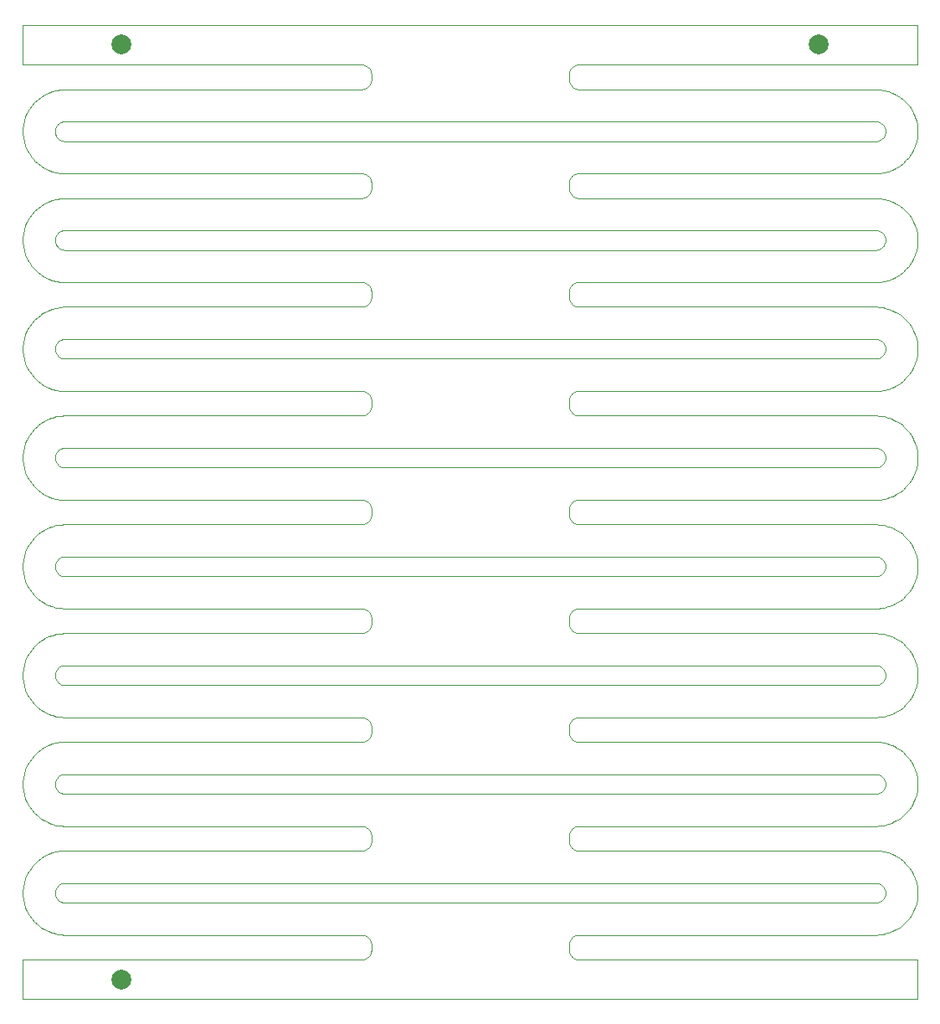
<source format=gbr>
G04 #@! TF.GenerationSoftware,KiCad,Pcbnew,5.1.5+dfsg1-2build2*
G04 #@! TF.CreationDate,2021-10-10T04:01:21+00:00*
G04 #@! TF.ProjectId,bobbin_top_4.0,626f6262-696e-45f7-946f-705f342e302e,rev?*
G04 #@! TF.SameCoordinates,Original*
G04 #@! TF.FileFunction,Soldermask,Bot*
G04 #@! TF.FilePolarity,Negative*
%FSLAX46Y46*%
G04 Gerber Fmt 4.6, Leading zero omitted, Abs format (unit mm)*
G04 Created by KiCad (PCBNEW 5.1.5+dfsg1-2build2) date 2021-10-10 04:01:21*
%MOMM*%
%LPD*%
G04 APERTURE LIST*
G04 #@! TA.AperFunction,Profile*
%ADD10C,0.100000*%
G04 #@! TD*
%ADD11C,2.000000*%
G04 APERTURE END LIST*
D10*
X136499900Y-121216000D02*
X136401200Y-121236200D01*
X136596400Y-121185700D02*
X136499900Y-121216000D01*
X136689300Y-121145900D02*
X136596400Y-121185700D01*
X136777600Y-121096800D02*
X136689300Y-121145900D01*
X136860600Y-121039100D02*
X136777600Y-121096800D01*
X136937300Y-120973300D02*
X136860600Y-121039100D01*
X137007100Y-120899800D02*
X136937300Y-120973300D01*
X137069000Y-120819900D02*
X137007100Y-120899800D01*
X137122400Y-120734100D02*
X137069000Y-120819900D01*
X137166900Y-120643400D02*
X137122400Y-120734100D01*
X137202000Y-120548600D02*
X137166900Y-120643400D01*
X137227300Y-120450800D02*
X137202000Y-120548600D01*
X137242600Y-120350800D02*
X137227300Y-120450800D01*
X137247700Y-120249900D02*
X137242600Y-120350800D01*
X137242600Y-120149200D02*
X137247700Y-120249900D01*
X137227300Y-120049300D02*
X137242600Y-120149200D01*
X137202000Y-119951500D02*
X137227300Y-120049300D01*
X137166900Y-119856700D02*
X137202000Y-119951500D01*
X137122400Y-119766000D02*
X137166900Y-119856700D01*
X137069000Y-119680200D02*
X137122400Y-119766000D01*
X137007100Y-119600300D02*
X137069000Y-119680200D01*
X136937300Y-119526800D02*
X137007100Y-119600300D01*
X136860600Y-119461000D02*
X136937300Y-119526800D01*
X136777600Y-119403300D02*
X136860600Y-119461000D01*
X136689300Y-119354200D02*
X136777600Y-119403300D01*
X136596600Y-119314500D02*
X136689300Y-119354200D01*
X136500200Y-119284200D02*
X136596600Y-119314500D01*
X136401200Y-119263900D02*
X136500200Y-119284200D01*
X136300700Y-119253600D02*
X136401200Y-119263900D01*
X136224800Y-119251000D02*
X136300700Y-119253600D01*
X54275500Y-119251000D02*
X136224800Y-119251000D01*
X54199100Y-119253600D02*
X54275500Y-119251000D01*
X54098800Y-119263900D02*
X54199100Y-119253600D01*
X53999800Y-119284200D02*
X54098800Y-119263900D01*
X53903400Y-119314500D02*
X53999800Y-119284200D01*
X53810500Y-119354400D02*
X53903400Y-119314500D01*
X53722100Y-119403400D02*
X53810500Y-119354400D01*
X53639200Y-119461200D02*
X53722100Y-119403400D01*
X53562500Y-119527000D02*
X53639200Y-119461200D01*
X53492900Y-119600300D02*
X53562500Y-119527000D01*
X53431000Y-119680200D02*
X53492900Y-119600300D01*
X53377600Y-119766000D02*
X53431000Y-119680200D01*
X53333100Y-119856700D02*
X53377600Y-119766000D01*
X53298100Y-119951200D02*
X53333100Y-119856700D01*
X53272700Y-120049100D02*
X53298100Y-119951200D01*
X53257400Y-120149000D02*
X53272700Y-120049100D01*
X53252300Y-120249900D02*
X53257400Y-120149000D01*
X53257400Y-120350800D02*
X53252300Y-120249900D01*
X53272700Y-120450800D02*
X53257400Y-120350800D01*
X53298000Y-120548600D02*
X53272700Y-120450800D01*
X53333100Y-120643400D02*
X53298000Y-120548600D01*
X53377600Y-120734100D02*
X53333100Y-120643400D01*
X53431000Y-120819900D02*
X53377600Y-120734100D01*
X53492900Y-120899800D02*
X53431000Y-120819900D01*
X53562500Y-120973100D02*
X53492900Y-120899800D01*
X53639200Y-121038900D02*
X53562500Y-120973100D01*
X53722100Y-121096700D02*
X53639200Y-121038900D01*
X53810500Y-121145700D02*
X53722100Y-121096700D01*
X53903400Y-121185600D02*
X53810500Y-121145700D01*
X53999800Y-121215900D02*
X53903400Y-121185600D01*
X54098800Y-121236200D02*
X53999800Y-121215900D01*
X54199300Y-121246500D02*
X54098800Y-121236200D01*
X54275200Y-121249000D02*
X54199300Y-121246500D01*
X136225000Y-121249000D02*
X54275200Y-121249000D01*
X136300400Y-121246500D02*
X136225000Y-121249000D01*
X136401200Y-121236200D02*
X136300400Y-121246500D01*
X136499900Y-110215900D02*
X136401100Y-110236200D01*
X136596400Y-110185700D02*
X136499900Y-110215900D01*
X136689300Y-110145900D02*
X136596400Y-110185700D01*
X136777600Y-110096800D02*
X136689300Y-110145900D01*
X136860600Y-110039100D02*
X136777600Y-110096800D01*
X136937300Y-109973300D02*
X136860600Y-110039100D01*
X137007100Y-109899800D02*
X136937300Y-109973300D01*
X137069000Y-109819900D02*
X137007100Y-109899800D01*
X137122400Y-109734100D02*
X137069000Y-109819900D01*
X137166900Y-109643400D02*
X137122400Y-109734100D01*
X137202000Y-109548600D02*
X137166900Y-109643400D01*
X137227300Y-109450700D02*
X137202000Y-109548600D01*
X137242600Y-109350800D02*
X137227300Y-109450700D01*
X137247700Y-109249900D02*
X137242600Y-109350800D01*
X137242600Y-109149200D02*
X137247700Y-109249900D01*
X137227300Y-109049300D02*
X137242600Y-109149200D01*
X137202000Y-108951500D02*
X137227300Y-109049300D01*
X137166900Y-108856700D02*
X137202000Y-108951500D01*
X137122400Y-108766000D02*
X137166900Y-108856700D01*
X137069000Y-108680200D02*
X137122400Y-108766000D01*
X137007100Y-108600300D02*
X137069000Y-108680200D01*
X136937300Y-108526800D02*
X137007100Y-108600300D01*
X136860600Y-108461000D02*
X136937300Y-108526800D01*
X136777600Y-108403300D02*
X136860600Y-108461000D01*
X136689300Y-108354200D02*
X136777600Y-108403300D01*
X136596600Y-108314500D02*
X136689300Y-108354200D01*
X136500200Y-108284200D02*
X136596600Y-108314500D01*
X136401200Y-108263900D02*
X136500200Y-108284200D01*
X136300700Y-108253600D02*
X136401200Y-108263900D01*
X136224800Y-108251000D02*
X136300700Y-108253600D01*
X54275400Y-108251000D02*
X136224800Y-108251000D01*
X54199100Y-108253600D02*
X54275400Y-108251000D01*
X54098800Y-108263900D02*
X54199100Y-108253600D01*
X53999800Y-108284200D02*
X54098800Y-108263900D01*
X53903400Y-108314500D02*
X53999800Y-108284200D01*
X53810500Y-108354300D02*
X53903400Y-108314500D01*
X53722100Y-108403400D02*
X53810500Y-108354300D01*
X53639200Y-108461200D02*
X53722100Y-108403400D01*
X53562500Y-108527000D02*
X53639200Y-108461200D01*
X53492900Y-108600300D02*
X53562500Y-108527000D01*
X53431000Y-108680200D02*
X53492900Y-108600300D01*
X53377600Y-108766000D02*
X53431000Y-108680200D01*
X53333100Y-108856700D02*
X53377600Y-108766000D01*
X53298100Y-108951200D02*
X53333100Y-108856700D01*
X53272700Y-109049100D02*
X53298100Y-108951200D01*
X53257400Y-109149000D02*
X53272700Y-109049100D01*
X53252300Y-109249900D02*
X53257400Y-109149000D01*
X53257400Y-109350800D02*
X53252300Y-109249900D01*
X53272700Y-109450700D02*
X53257400Y-109350800D01*
X53298000Y-109548600D02*
X53272700Y-109450700D01*
X53333100Y-109643400D02*
X53298000Y-109548600D01*
X53377600Y-109734100D02*
X53333100Y-109643400D01*
X53431000Y-109819900D02*
X53377600Y-109734100D01*
X53492900Y-109899800D02*
X53431000Y-109819900D01*
X53562500Y-109973100D02*
X53492900Y-109899800D01*
X53639200Y-110038900D02*
X53562500Y-109973100D01*
X53722100Y-110096700D02*
X53639200Y-110038900D01*
X53810500Y-110145700D02*
X53722100Y-110096700D01*
X53903400Y-110185600D02*
X53810500Y-110145700D01*
X53999800Y-110215900D02*
X53903400Y-110185600D01*
X54098800Y-110236200D02*
X53999800Y-110215900D01*
X54199300Y-110246500D02*
X54098800Y-110236200D01*
X54275200Y-110249000D02*
X54199300Y-110246500D01*
X136225000Y-110249000D02*
X54275200Y-110249000D01*
X136300500Y-110246500D02*
X136225000Y-110249000D01*
X136401100Y-110236200D02*
X136300500Y-110246500D01*
X136499900Y-99215900D02*
X136401100Y-99236200D01*
X136596400Y-99185700D02*
X136499900Y-99215900D01*
X136689300Y-99145800D02*
X136596400Y-99185700D01*
X136777600Y-99096800D02*
X136689300Y-99145800D01*
X136860600Y-99039100D02*
X136777600Y-99096800D01*
X136937300Y-98973300D02*
X136860600Y-99039100D01*
X137007100Y-98899800D02*
X136937300Y-98973300D01*
X137069000Y-98819900D02*
X137007100Y-98899800D01*
X137122400Y-98734100D02*
X137069000Y-98819900D01*
X137166900Y-98643400D02*
X137122400Y-98734100D01*
X137202000Y-98548600D02*
X137166900Y-98643400D01*
X137227300Y-98450700D02*
X137202000Y-98548600D01*
X137242600Y-98350800D02*
X137227300Y-98450700D01*
X137247700Y-98249900D02*
X137242600Y-98350800D01*
X137242600Y-98149200D02*
X137247700Y-98249900D01*
X137227300Y-98049300D02*
X137242600Y-98149200D01*
X137202000Y-97951500D02*
X137227300Y-98049300D01*
X137166900Y-97856700D02*
X137202000Y-97951500D01*
X137122400Y-97766000D02*
X137166900Y-97856700D01*
X137069000Y-97680200D02*
X137122400Y-97766000D01*
X137007100Y-97600300D02*
X137069000Y-97680200D01*
X136937300Y-97526800D02*
X137007100Y-97600300D01*
X136860600Y-97461000D02*
X136937300Y-97526800D01*
X136777600Y-97403300D02*
X136860600Y-97461000D01*
X136689300Y-97354200D02*
X136777600Y-97403300D01*
X136596600Y-97314500D02*
X136689300Y-97354200D01*
X136500200Y-97284200D02*
X136596600Y-97314500D01*
X136401200Y-97263800D02*
X136500200Y-97284200D01*
X136300700Y-97253600D02*
X136401200Y-97263800D01*
X136224800Y-97251000D02*
X136300700Y-97253600D01*
X54275400Y-97251000D02*
X136224800Y-97251000D01*
X54199200Y-97253600D02*
X54275400Y-97251000D01*
X54098800Y-97263800D02*
X54199200Y-97253600D01*
X53999800Y-97284200D02*
X54098800Y-97263800D01*
X53903400Y-97314500D02*
X53999800Y-97284200D01*
X53810500Y-97354300D02*
X53903400Y-97314500D01*
X53722100Y-97403400D02*
X53810500Y-97354300D01*
X53639200Y-97461100D02*
X53722100Y-97403400D01*
X53562500Y-97527000D02*
X53639200Y-97461100D01*
X53492900Y-97600300D02*
X53562500Y-97527000D01*
X53431000Y-97680200D02*
X53492900Y-97600300D01*
X53377600Y-97766000D02*
X53431000Y-97680200D01*
X53333100Y-97856700D02*
X53377600Y-97766000D01*
X53298100Y-97951200D02*
X53333100Y-97856700D01*
X53272700Y-98049100D02*
X53298100Y-97951200D01*
X53257400Y-98149000D02*
X53272700Y-98049100D01*
X53252300Y-98249900D02*
X53257400Y-98149000D01*
X53257400Y-98350800D02*
X53252300Y-98249900D01*
X53272700Y-98450700D02*
X53257400Y-98350800D01*
X53298000Y-98548600D02*
X53272700Y-98450700D01*
X53333100Y-98643400D02*
X53298000Y-98548600D01*
X53377600Y-98734100D02*
X53333100Y-98643400D01*
X53431000Y-98819900D02*
X53377600Y-98734100D01*
X53492900Y-98899800D02*
X53431000Y-98819900D01*
X53562500Y-98973100D02*
X53492900Y-98899800D01*
X53639200Y-99038900D02*
X53562500Y-98973100D01*
X53722100Y-99096700D02*
X53639200Y-99038900D01*
X53810500Y-99145700D02*
X53722100Y-99096700D01*
X53903400Y-99185600D02*
X53810500Y-99145700D01*
X53999800Y-99215900D02*
X53903400Y-99185600D01*
X54098800Y-99236200D02*
X53999800Y-99215900D01*
X54199300Y-99246500D02*
X54098800Y-99236200D01*
X54275200Y-99249000D02*
X54199300Y-99246500D01*
X136224900Y-99249000D02*
X54275200Y-99249000D01*
X136300500Y-99246500D02*
X136224900Y-99249000D01*
X136401100Y-99236200D02*
X136300500Y-99246500D01*
X136499900Y-88215900D02*
X136401100Y-88236200D01*
X136596400Y-88185700D02*
X136499900Y-88215900D01*
X136689300Y-88145800D02*
X136596400Y-88185700D01*
X136777600Y-88096800D02*
X136689300Y-88145800D01*
X136860600Y-88039100D02*
X136777600Y-88096800D01*
X136937300Y-87973300D02*
X136860600Y-88039100D01*
X137007100Y-87899800D02*
X136937300Y-87973300D01*
X137069000Y-87819900D02*
X137007100Y-87899800D01*
X137122400Y-87734100D02*
X137069000Y-87819900D01*
X137166900Y-87643400D02*
X137122400Y-87734100D01*
X137202000Y-87548600D02*
X137166900Y-87643400D01*
X137227300Y-87450700D02*
X137202000Y-87548600D01*
X137242600Y-87350800D02*
X137227300Y-87450700D01*
X137247700Y-87249900D02*
X137242600Y-87350800D01*
X137242600Y-87149200D02*
X137247700Y-87249900D01*
X137227300Y-87049300D02*
X137242600Y-87149200D01*
X137202000Y-86951500D02*
X137227300Y-87049300D01*
X137166900Y-86856700D02*
X137202000Y-86951500D01*
X137122400Y-86766000D02*
X137166900Y-86856700D01*
X137069000Y-86680200D02*
X137122400Y-86766000D01*
X137007100Y-86600200D02*
X137069000Y-86680200D01*
X136937300Y-86526800D02*
X137007100Y-86600200D01*
X136860600Y-86461000D02*
X136937300Y-86526800D01*
X136777600Y-86403200D02*
X136860600Y-86461000D01*
X136689300Y-86354200D02*
X136777600Y-86403200D01*
X136596600Y-86314500D02*
X136689300Y-86354200D01*
X136500200Y-86284200D02*
X136596600Y-86314500D01*
X136401200Y-86263800D02*
X136500200Y-86284200D01*
X136300700Y-86253600D02*
X136401200Y-86263800D01*
X136224800Y-86251000D02*
X136300700Y-86253600D01*
X54275400Y-86251000D02*
X136224800Y-86251000D01*
X54199200Y-86253600D02*
X54275400Y-86251000D01*
X54098800Y-86263800D02*
X54199200Y-86253600D01*
X53999800Y-86284200D02*
X54098800Y-86263800D01*
X53903400Y-86314500D02*
X53999800Y-86284200D01*
X53810500Y-86354300D02*
X53903400Y-86314500D01*
X53722100Y-86403400D02*
X53810500Y-86354300D01*
X53639200Y-86461100D02*
X53722100Y-86403400D01*
X53562500Y-86527000D02*
X53639200Y-86461100D01*
X53492900Y-86600200D02*
X53562500Y-86527000D01*
X53431000Y-86680200D02*
X53492900Y-86600200D01*
X53377600Y-86766000D02*
X53431000Y-86680200D01*
X53333100Y-86856700D02*
X53377600Y-86766000D01*
X53298100Y-86951200D02*
X53333100Y-86856700D01*
X53272700Y-87049100D02*
X53298100Y-86951200D01*
X53257400Y-87149000D02*
X53272700Y-87049100D01*
X53252300Y-87249900D02*
X53257400Y-87149000D01*
X53257400Y-87350800D02*
X53252300Y-87249900D01*
X53272700Y-87450700D02*
X53257400Y-87350800D01*
X53298000Y-87548600D02*
X53272700Y-87450700D01*
X53333100Y-87643400D02*
X53298000Y-87548600D01*
X53377600Y-87734100D02*
X53333100Y-87643400D01*
X53431000Y-87819900D02*
X53377600Y-87734100D01*
X53492900Y-87899800D02*
X53431000Y-87819900D01*
X53562500Y-87973100D02*
X53492900Y-87899800D01*
X53639200Y-88038900D02*
X53562500Y-87973100D01*
X53722100Y-88096700D02*
X53639200Y-88038900D01*
X53810500Y-88145700D02*
X53722100Y-88096700D01*
X53903400Y-88185600D02*
X53810500Y-88145700D01*
X53999800Y-88215900D02*
X53903400Y-88185600D01*
X54098800Y-88236200D02*
X53999800Y-88215900D01*
X54199300Y-88246500D02*
X54098800Y-88236200D01*
X54275200Y-88249000D02*
X54199300Y-88246500D01*
X136224900Y-88249000D02*
X54275200Y-88249000D01*
X136300500Y-88246400D02*
X136224900Y-88249000D01*
X136401100Y-88236200D02*
X136300500Y-88246400D01*
X136499900Y-77215900D02*
X136401000Y-77236200D01*
X136596400Y-77185700D02*
X136499900Y-77215900D01*
X136689300Y-77145800D02*
X136596400Y-77185700D01*
X136777600Y-77096800D02*
X136689300Y-77145800D01*
X136860600Y-77039100D02*
X136777600Y-77096800D01*
X136937300Y-76973200D02*
X136860600Y-77039100D01*
X137007100Y-76899800D02*
X136937300Y-76973200D01*
X137069000Y-76819900D02*
X137007100Y-76899800D01*
X137122400Y-76734100D02*
X137069000Y-76819900D01*
X137166900Y-76643300D02*
X137122400Y-76734100D01*
X137202000Y-76548600D02*
X137166900Y-76643300D01*
X137227300Y-76450700D02*
X137202000Y-76548600D01*
X137242600Y-76350800D02*
X137227300Y-76450700D01*
X137247700Y-76249900D02*
X137242600Y-76350800D01*
X137242600Y-76149200D02*
X137247700Y-76249900D01*
X137227300Y-76049300D02*
X137242600Y-76149200D01*
X137202000Y-75951500D02*
X137227300Y-76049300D01*
X137166900Y-75856700D02*
X137202000Y-75951500D01*
X137122400Y-75765900D02*
X137166900Y-75856700D01*
X137069000Y-75680200D02*
X137122400Y-75765900D01*
X137007100Y-75600200D02*
X137069000Y-75680200D01*
X136937300Y-75526800D02*
X137007100Y-75600200D01*
X136860600Y-75461000D02*
X136937300Y-75526800D01*
X136777600Y-75403200D02*
X136860600Y-75461000D01*
X136689300Y-75354200D02*
X136777600Y-75403200D01*
X136596600Y-75314500D02*
X136689300Y-75354200D01*
X136500200Y-75284200D02*
X136596600Y-75314500D01*
X136401200Y-75263800D02*
X136500200Y-75284200D01*
X136300700Y-75253600D02*
X136401200Y-75263800D01*
X136224800Y-75251000D02*
X136300700Y-75253600D01*
X54275300Y-75251000D02*
X136224800Y-75251000D01*
X54199200Y-75253600D02*
X54275300Y-75251000D01*
X54098800Y-75263800D02*
X54199200Y-75253600D01*
X53999800Y-75284200D02*
X54098800Y-75263800D01*
X53903400Y-75314500D02*
X53999800Y-75284200D01*
X53810500Y-75354300D02*
X53903400Y-75314500D01*
X53722100Y-75403400D02*
X53810500Y-75354300D01*
X53639200Y-75461100D02*
X53722100Y-75403400D01*
X53562500Y-75527000D02*
X53639200Y-75461100D01*
X53492900Y-75600200D02*
X53562500Y-75527000D01*
X53431000Y-75680200D02*
X53492900Y-75600200D01*
X53377600Y-75765900D02*
X53431000Y-75680200D01*
X53333100Y-75856700D02*
X53377600Y-75765900D01*
X53298100Y-75951200D02*
X53333100Y-75856700D01*
X53272700Y-76049000D02*
X53298100Y-75951200D01*
X53257400Y-76148900D02*
X53272700Y-76049000D01*
X53252300Y-76249900D02*
X53257400Y-76148900D01*
X53257400Y-76350800D02*
X53252300Y-76249900D01*
X53272700Y-76450700D02*
X53257400Y-76350800D01*
X53298000Y-76548600D02*
X53272700Y-76450700D01*
X53333100Y-76643300D02*
X53298000Y-76548600D01*
X53377600Y-76734100D02*
X53333100Y-76643300D01*
X53431000Y-76819900D02*
X53377600Y-76734100D01*
X53492900Y-76899800D02*
X53431000Y-76819900D01*
X53562500Y-76973100D02*
X53492900Y-76899800D01*
X53639200Y-77038900D02*
X53562500Y-76973100D01*
X53722100Y-77096700D02*
X53639200Y-77038900D01*
X53810500Y-77145700D02*
X53722100Y-77096700D01*
X53903400Y-77185600D02*
X53810500Y-77145700D01*
X53999800Y-77215800D02*
X53903400Y-77185600D01*
X54098800Y-77236200D02*
X53999800Y-77215800D01*
X54199300Y-77246400D02*
X54098800Y-77236200D01*
X54275200Y-77249000D02*
X54199300Y-77246400D01*
X136224800Y-77249000D02*
X54275200Y-77249000D01*
X136300600Y-77246400D02*
X136224800Y-77249000D01*
X136401000Y-77236200D02*
X136300600Y-77246400D01*
X136499900Y-66215900D02*
X136401000Y-66236200D01*
X136596400Y-66185700D02*
X136499900Y-66215900D01*
X136689300Y-66145800D02*
X136596400Y-66185700D01*
X136777600Y-66096800D02*
X136689300Y-66145800D01*
X136860600Y-66039100D02*
X136777600Y-66096800D01*
X136937300Y-65973200D02*
X136860600Y-66039100D01*
X137007100Y-65899800D02*
X136937300Y-65973200D01*
X137068800Y-65820100D02*
X137007100Y-65899800D01*
X137122300Y-65734300D02*
X137068800Y-65820100D01*
X137166800Y-65643600D02*
X137122300Y-65734300D01*
X137201900Y-65548800D02*
X137166800Y-65643600D01*
X137227300Y-65451000D02*
X137201900Y-65548800D01*
X137242600Y-65351100D02*
X137227300Y-65451000D01*
X137247700Y-65250100D02*
X137242600Y-65351100D01*
X137242600Y-65149200D02*
X137247700Y-65250100D01*
X137227300Y-65049300D02*
X137242600Y-65149200D01*
X137202000Y-64951500D02*
X137227300Y-65049300D01*
X137166800Y-64856400D02*
X137202000Y-64951500D01*
X137122300Y-64765700D02*
X137166800Y-64856400D01*
X137068800Y-64679900D02*
X137122300Y-64765700D01*
X137006900Y-64600000D02*
X137068800Y-64679900D01*
X136937300Y-64526800D02*
X137006900Y-64600000D01*
X136860600Y-64461000D02*
X136937300Y-64526800D01*
X136777600Y-64403200D02*
X136860600Y-64461000D01*
X136689500Y-64354300D02*
X136777600Y-64403200D01*
X136596600Y-64314400D02*
X136689500Y-64354300D01*
X136500200Y-64284200D02*
X136596600Y-64314400D01*
X136401200Y-64263800D02*
X136500200Y-64284200D01*
X136300700Y-64253600D02*
X136401200Y-64263800D01*
X136224800Y-64251000D02*
X136300700Y-64253600D01*
X54275300Y-64251000D02*
X136224800Y-64251000D01*
X54199300Y-64253600D02*
X54275300Y-64251000D01*
X54098800Y-64263800D02*
X54199300Y-64253600D01*
X53999800Y-64284200D02*
X54098800Y-64263800D01*
X53903400Y-64314400D02*
X53999800Y-64284200D01*
X53810500Y-64354300D02*
X53903400Y-64314400D01*
X53722100Y-64403400D02*
X53810500Y-64354300D01*
X53639200Y-64461100D02*
X53722100Y-64403400D01*
X53562500Y-64527000D02*
X53639200Y-64461100D01*
X53492900Y-64600200D02*
X53562500Y-64527000D01*
X53431000Y-64680200D02*
X53492900Y-64600200D01*
X53377600Y-64765900D02*
X53431000Y-64680200D01*
X53333100Y-64856700D02*
X53377600Y-64765900D01*
X53298000Y-64951500D02*
X53333100Y-64856700D01*
X53272700Y-65049000D02*
X53298000Y-64951500D01*
X53257400Y-65148900D02*
X53272700Y-65049000D01*
X53252300Y-65249900D02*
X53257400Y-65148900D01*
X53257400Y-65350800D02*
X53252300Y-65249900D01*
X53272700Y-65450700D02*
X53257400Y-65350800D01*
X53298000Y-65548600D02*
X53272700Y-65450700D01*
X53333100Y-65643300D02*
X53298000Y-65548600D01*
X53377600Y-65734100D02*
X53333100Y-65643300D01*
X53431000Y-65819900D02*
X53377600Y-65734100D01*
X53492900Y-65899800D02*
X53431000Y-65819900D01*
X53562500Y-65973100D02*
X53492900Y-65899800D01*
X53639200Y-66038900D02*
X53562500Y-65973100D01*
X53722100Y-66096600D02*
X53639200Y-66038900D01*
X53810500Y-66145700D02*
X53722100Y-66096600D01*
X53903400Y-66185600D02*
X53810500Y-66145700D01*
X53999800Y-66215800D02*
X53903400Y-66185600D01*
X54098800Y-66236200D02*
X53999800Y-66215800D01*
X54199300Y-66246400D02*
X54098800Y-66236200D01*
X54275200Y-66249000D02*
X54199300Y-66246400D01*
X136224800Y-66249000D02*
X54275200Y-66249000D01*
X136300600Y-66246400D02*
X136224800Y-66249000D01*
X136401000Y-66236200D02*
X136300600Y-66246400D01*
X136499900Y-55215900D02*
X136401000Y-55236200D01*
X136596400Y-55185700D02*
X136499900Y-55215900D01*
X136689300Y-55145800D02*
X136596400Y-55185700D01*
X136777600Y-55096800D02*
X136689300Y-55145800D01*
X136860600Y-55039100D02*
X136777600Y-55096800D01*
X136937300Y-54973200D02*
X136860600Y-55039100D01*
X137007100Y-54899800D02*
X136937300Y-54973200D01*
X137068800Y-54820100D02*
X137007100Y-54899800D01*
X137122300Y-54734300D02*
X137068800Y-54820100D01*
X137166800Y-54643600D02*
X137122300Y-54734300D01*
X137201900Y-54548800D02*
X137166800Y-54643600D01*
X137227300Y-54451000D02*
X137201900Y-54548800D01*
X137242600Y-54351100D02*
X137227300Y-54451000D01*
X137247700Y-54250100D02*
X137242600Y-54351100D01*
X137242600Y-54149200D02*
X137247700Y-54250100D01*
X137227300Y-54049300D02*
X137242600Y-54149200D01*
X137202000Y-53951500D02*
X137227300Y-54049300D01*
X137166800Y-53856400D02*
X137202000Y-53951500D01*
X137122300Y-53765700D02*
X137166800Y-53856400D01*
X137068800Y-53679900D02*
X137122300Y-53765700D01*
X137006900Y-53600000D02*
X137068800Y-53679900D01*
X136937300Y-53526800D02*
X137006900Y-53600000D01*
X136860600Y-53460900D02*
X136937300Y-53526800D01*
X136777600Y-53403200D02*
X136860600Y-53460900D01*
X136689500Y-53354300D02*
X136777600Y-53403200D01*
X136596600Y-53314400D02*
X136689500Y-53354300D01*
X136500200Y-53284200D02*
X136596600Y-53314400D01*
X136401200Y-53263800D02*
X136500200Y-53284200D01*
X136300700Y-53253600D02*
X136401200Y-53263800D01*
X136224800Y-53251000D02*
X136300700Y-53253600D01*
X54275200Y-53251000D02*
X136224800Y-53251000D01*
X54199300Y-53253600D02*
X54275200Y-53251000D01*
X54098800Y-53263800D02*
X54199300Y-53253600D01*
X53999800Y-53284200D02*
X54098800Y-53263800D01*
X53903400Y-53314400D02*
X53999800Y-53284200D01*
X53810500Y-53354300D02*
X53903400Y-53314400D01*
X53722100Y-53403400D02*
X53810500Y-53354300D01*
X53639200Y-53461100D02*
X53722100Y-53403400D01*
X53562500Y-53527000D02*
X53639200Y-53461100D01*
X53492900Y-53600200D02*
X53562500Y-53527000D01*
X53431000Y-53680200D02*
X53492900Y-53600200D01*
X53377600Y-53765900D02*
X53431000Y-53680200D01*
X53333100Y-53856700D02*
X53377600Y-53765900D01*
X53298000Y-53951500D02*
X53333100Y-53856700D01*
X53272700Y-54049000D02*
X53298000Y-53951500D01*
X53257400Y-54148900D02*
X53272700Y-54049000D01*
X53252300Y-54249900D02*
X53257400Y-54148900D01*
X53257400Y-54350800D02*
X53252300Y-54249900D01*
X53272700Y-54450700D02*
X53257400Y-54350800D01*
X53298000Y-54548500D02*
X53272700Y-54450700D01*
X53333100Y-54643300D02*
X53298000Y-54548500D01*
X53377600Y-54734100D02*
X53333100Y-54643300D01*
X53431000Y-54819900D02*
X53377600Y-54734100D01*
X53492900Y-54899800D02*
X53431000Y-54819900D01*
X53562500Y-54973000D02*
X53492900Y-54899800D01*
X53639200Y-55038900D02*
X53562500Y-54973000D01*
X53722100Y-55096600D02*
X53639200Y-55038900D01*
X53810500Y-55145700D02*
X53722100Y-55096600D01*
X53903400Y-55185600D02*
X53810500Y-55145700D01*
X53999800Y-55215800D02*
X53903400Y-55185600D01*
X54098800Y-55236200D02*
X53999800Y-55215800D01*
X54199300Y-55246400D02*
X54098800Y-55236200D01*
X54275200Y-55249000D02*
X54199300Y-55246400D01*
X136224800Y-55249000D02*
X54275200Y-55249000D01*
X136300700Y-55246400D02*
X136224800Y-55249000D01*
X136401000Y-55236200D02*
X136300700Y-55246400D01*
X136500200Y-132215900D02*
X136400700Y-132236300D01*
X136596600Y-132185600D02*
X136500200Y-132215900D01*
X136689500Y-132145800D02*
X136596600Y-132185600D01*
X136777900Y-132096700D02*
X136689500Y-132145800D01*
X136860800Y-132038900D02*
X136777900Y-132096700D01*
X136937500Y-131973100D02*
X136860800Y-132038900D01*
X137007100Y-131899800D02*
X136937500Y-131973100D01*
X137069000Y-131819900D02*
X137007100Y-131899800D01*
X137122400Y-131734100D02*
X137069000Y-131819900D01*
X137166900Y-131643400D02*
X137122400Y-131734100D01*
X137202000Y-131548600D02*
X137166900Y-131643400D01*
X137227300Y-131450800D02*
X137202000Y-131548600D01*
X137242600Y-131350900D02*
X137227300Y-131450800D01*
X137247700Y-131249900D02*
X137242600Y-131350900D01*
X137242600Y-131149300D02*
X137247700Y-131249900D01*
X137227300Y-131049400D02*
X137242600Y-131149300D01*
X137202000Y-130951500D02*
X137227300Y-131049400D01*
X137166900Y-130856700D02*
X137202000Y-130951500D01*
X137122400Y-130766000D02*
X137166900Y-130856700D01*
X137069000Y-130680200D02*
X137122400Y-130766000D01*
X137007100Y-130600300D02*
X137069000Y-130680200D01*
X136937300Y-130526800D02*
X137007100Y-130600300D01*
X136860600Y-130461000D02*
X136937300Y-130526800D01*
X136777600Y-130403300D02*
X136860600Y-130461000D01*
X136689300Y-130354200D02*
X136777600Y-130403300D01*
X136596600Y-130314500D02*
X136689300Y-130354200D01*
X136500200Y-130284200D02*
X136596600Y-130314500D01*
X136401200Y-130263900D02*
X136500200Y-130284200D01*
X136300700Y-130253600D02*
X136401200Y-130263900D01*
X136224800Y-130251100D02*
X136300700Y-130253600D01*
X54275000Y-130251100D02*
X136224800Y-130251100D01*
X54199500Y-130253600D02*
X54275000Y-130251100D01*
X54098800Y-130263900D02*
X54199500Y-130253600D01*
X53999800Y-130284200D02*
X54098800Y-130263900D01*
X53903400Y-130314500D02*
X53999800Y-130284200D01*
X53810500Y-130354400D02*
X53903400Y-130314500D01*
X53722100Y-130403400D02*
X53810500Y-130354400D01*
X53639200Y-130461200D02*
X53722100Y-130403400D01*
X53562500Y-130527000D02*
X53639200Y-130461200D01*
X53492900Y-130600300D02*
X53562500Y-130527000D01*
X53431000Y-130680200D02*
X53492900Y-130600300D01*
X53377600Y-130766000D02*
X53431000Y-130680200D01*
X53333100Y-130856700D02*
X53377600Y-130766000D01*
X53298100Y-130951200D02*
X53333100Y-130856700D01*
X53272700Y-131049100D02*
X53298100Y-130951200D01*
X53257400Y-131149000D02*
X53272700Y-131049100D01*
X53252300Y-131249900D02*
X53257400Y-131149000D01*
X53257400Y-131350900D02*
X53252300Y-131249900D01*
X53272700Y-131450800D02*
X53257400Y-131350900D01*
X53298000Y-131548600D02*
X53272700Y-131450800D01*
X53333100Y-131643400D02*
X53298000Y-131548600D01*
X53377600Y-131734100D02*
X53333100Y-131643400D01*
X53431000Y-131819900D02*
X53377600Y-131734100D01*
X53492900Y-131899800D02*
X53431000Y-131819900D01*
X53562500Y-131973100D02*
X53492900Y-131899800D01*
X53639200Y-132038900D02*
X53562500Y-131973100D01*
X53722100Y-132096700D02*
X53639200Y-132038900D01*
X53810500Y-132145800D02*
X53722100Y-132096700D01*
X53903400Y-132185600D02*
X53810500Y-132145800D01*
X53999800Y-132215900D02*
X53903400Y-132185600D01*
X54098800Y-132236200D02*
X53999800Y-132215900D01*
X54199300Y-132246500D02*
X54098800Y-132236200D01*
X54275200Y-132249100D02*
X54199300Y-132246500D01*
X136224500Y-132249100D02*
X54275200Y-132249100D01*
X136300900Y-132246500D02*
X136224500Y-132249100D01*
X136400700Y-132236300D02*
X136300900Y-132246500D01*
X140471000Y-43499000D02*
X50014600Y-43499700D01*
X140486300Y-43499800D02*
X140471000Y-43499000D01*
X140492300Y-43503000D02*
X140486300Y-43499800D01*
X140494800Y-43508200D02*
X140492300Y-43503000D01*
X140495500Y-43523500D02*
X140494800Y-43508200D01*
X140495500Y-47475500D02*
X140495500Y-43523500D01*
X140494300Y-47492700D02*
X140495500Y-47475500D01*
X140491600Y-47496700D02*
X140494300Y-47492700D01*
X140486300Y-47499200D02*
X140491600Y-47496700D01*
X106241200Y-47500000D02*
X140486300Y-47499200D01*
X106144000Y-47504800D02*
X106241200Y-47500000D01*
X106047900Y-47519000D02*
X106144000Y-47504800D01*
X105953600Y-47542600D02*
X106047900Y-47519000D01*
X105862200Y-47575400D02*
X105953600Y-47542600D01*
X105774300Y-47616900D02*
X105862200Y-47575400D01*
X105691000Y-47666900D02*
X105774300Y-47616900D01*
X105613000Y-47724700D02*
X105691000Y-47666900D01*
X105541000Y-47790000D02*
X105613000Y-47724700D01*
X105475700Y-47862000D02*
X105541000Y-47790000D01*
X105417900Y-47940000D02*
X105475700Y-47862000D01*
X105367900Y-48023300D02*
X105417900Y-47940000D01*
X105326400Y-48111100D02*
X105367900Y-48023300D01*
X105293600Y-48202600D02*
X105326400Y-48111100D01*
X105270000Y-48296900D02*
X105293600Y-48202600D01*
X105255800Y-48393000D02*
X105270000Y-48296900D01*
X105251000Y-48490200D02*
X105255800Y-48393000D01*
X105251000Y-49008800D02*
X105251000Y-48490200D01*
X105255800Y-49106000D02*
X105251000Y-49008800D01*
X105270000Y-49202100D02*
X105255800Y-49106000D01*
X105293600Y-49296400D02*
X105270000Y-49202100D01*
X105326400Y-49387900D02*
X105293600Y-49296400D01*
X105367900Y-49475700D02*
X105326400Y-49387900D01*
X105417900Y-49559000D02*
X105367900Y-49475700D01*
X105475700Y-49637000D02*
X105417900Y-49559000D01*
X105541000Y-49709000D02*
X105475700Y-49637000D01*
X105613000Y-49774300D02*
X105541000Y-49709000D01*
X105691000Y-49832100D02*
X105613000Y-49774300D01*
X105774300Y-49882100D02*
X105691000Y-49832100D01*
X105862200Y-49923600D02*
X105774300Y-49882100D01*
X105953600Y-49956400D02*
X105862200Y-49923600D01*
X106047900Y-49980000D02*
X105953600Y-49956400D01*
X106144000Y-49994200D02*
X106047900Y-49980000D01*
X106241200Y-49999000D02*
X106144000Y-49994200D01*
X136243700Y-49999000D02*
X106241200Y-49999000D01*
X136679800Y-50021100D02*
X136243700Y-49999000D01*
X137093100Y-50084100D02*
X136679800Y-50021100D01*
X137118000Y-50089200D02*
X137093100Y-50084100D01*
X137510300Y-50190800D02*
X137118000Y-50089200D01*
X137534500Y-50198400D02*
X137510300Y-50190800D01*
X137926500Y-50343900D02*
X137534500Y-50198400D01*
X138312700Y-50533300D02*
X137926500Y-50343900D01*
X138678100Y-50761100D02*
X138312700Y-50533300D01*
X139008900Y-51016700D02*
X138678100Y-50761100D01*
X139028200Y-51033300D02*
X139008900Y-51016700D01*
X139321900Y-51312400D02*
X139028200Y-51033300D01*
X139339400Y-51330900D02*
X139321900Y-51312400D01*
X139611500Y-51648400D02*
X139339400Y-51330900D01*
X139857200Y-52001400D02*
X139611500Y-51648400D01*
X140066200Y-52377800D02*
X139857200Y-52001400D01*
X140231400Y-52761900D02*
X140066200Y-52377800D01*
X140240200Y-52785700D02*
X140231400Y-52761900D01*
X140361500Y-53172300D02*
X140240200Y-52785700D01*
X140367900Y-53196900D02*
X140361500Y-53172300D01*
X140451700Y-53606600D02*
X140367900Y-53196900D01*
X140494300Y-54022000D02*
X140451700Y-53606600D01*
X140495500Y-54047400D02*
X140494300Y-54022000D01*
X140495200Y-54465600D02*
X140495500Y-54047400D01*
X140451700Y-54893400D02*
X140495200Y-54465600D01*
X140365000Y-55315200D02*
X140451700Y-54893400D01*
X140240200Y-55714200D02*
X140365000Y-55315200D01*
X140231400Y-55738100D02*
X140240200Y-55714200D01*
X140071600Y-56110400D02*
X140231400Y-55738100D01*
X140060400Y-56133200D02*
X140071600Y-56110400D01*
X139857200Y-56498700D02*
X140060400Y-56133200D01*
X139618900Y-56841600D02*
X139857200Y-56498700D01*
X139603300Y-56861700D02*
X139618900Y-56841600D01*
X139330700Y-57178800D02*
X139603300Y-56861700D01*
X139018600Y-57475400D02*
X139330700Y-57178800D01*
X138678500Y-57738700D02*
X139018600Y-57475400D01*
X138313100Y-57966500D02*
X138678500Y-57738700D01*
X137926500Y-58156100D02*
X138313100Y-57966500D01*
X137522700Y-58305700D02*
X137926500Y-58156100D01*
X137105900Y-58413600D02*
X137522700Y-58305700D01*
X136692700Y-58477300D02*
X137105900Y-58413600D01*
X136667400Y-58479800D02*
X136692700Y-58477300D01*
X136243700Y-58501000D02*
X136667400Y-58479800D01*
X106241200Y-58501000D02*
X136243700Y-58501000D01*
X106144000Y-58505800D02*
X106241200Y-58501000D01*
X106047900Y-58520000D02*
X106144000Y-58505800D01*
X105953600Y-58543600D02*
X106047900Y-58520000D01*
X105862200Y-58576400D02*
X105953600Y-58543600D01*
X105774300Y-58617900D02*
X105862200Y-58576400D01*
X105691000Y-58667900D02*
X105774300Y-58617900D01*
X105613000Y-58725700D02*
X105691000Y-58667900D01*
X105541000Y-58791000D02*
X105613000Y-58725700D01*
X105475700Y-58863000D02*
X105541000Y-58791000D01*
X105417900Y-58941000D02*
X105475700Y-58863000D01*
X105367900Y-59024300D02*
X105417900Y-58941000D01*
X105326400Y-59112100D02*
X105367900Y-59024300D01*
X105293600Y-59203600D02*
X105326400Y-59112100D01*
X105270000Y-59297900D02*
X105293600Y-59203600D01*
X105255800Y-59394000D02*
X105270000Y-59297900D01*
X105251000Y-59491200D02*
X105255800Y-59394000D01*
X105251000Y-60008800D02*
X105251000Y-59491200D01*
X105255800Y-60106000D02*
X105251000Y-60008800D01*
X105270000Y-60202100D02*
X105255800Y-60106000D01*
X105293600Y-60296400D02*
X105270000Y-60202100D01*
X105326400Y-60387900D02*
X105293600Y-60296400D01*
X105367900Y-60475700D02*
X105326400Y-60387900D01*
X105417900Y-60559000D02*
X105367900Y-60475700D01*
X105475700Y-60637000D02*
X105417900Y-60559000D01*
X105541000Y-60709000D02*
X105475700Y-60637000D01*
X105613000Y-60774300D02*
X105541000Y-60709000D01*
X105691000Y-60832200D02*
X105613000Y-60774300D01*
X105774300Y-60882100D02*
X105691000Y-60832200D01*
X105862200Y-60923600D02*
X105774300Y-60882100D01*
X105953600Y-60956400D02*
X105862200Y-60923600D01*
X106047900Y-60980000D02*
X105953600Y-60956400D01*
X106144000Y-60994200D02*
X106047900Y-60980000D01*
X106241200Y-60999000D02*
X106144000Y-60994200D01*
X136243700Y-60999000D02*
X106241200Y-60999000D01*
X136679800Y-61021100D02*
X136243700Y-60999000D01*
X137093400Y-61084100D02*
X136679800Y-61021100D01*
X137118000Y-61089200D02*
X137093400Y-61084100D01*
X137522300Y-61194200D02*
X137118000Y-61089200D01*
X137914500Y-61339100D02*
X137522300Y-61194200D01*
X137937800Y-61349100D02*
X137914500Y-61339100D01*
X138301600Y-61527500D02*
X137937800Y-61349100D01*
X138323800Y-61539900D02*
X138301600Y-61527500D01*
X138678500Y-61761400D02*
X138323800Y-61539900D01*
X139018600Y-62024600D02*
X138678500Y-61761400D01*
X139330700Y-62321300D02*
X139018600Y-62024600D01*
X139603300Y-62638300D02*
X139330700Y-62321300D01*
X139618900Y-62658400D02*
X139603300Y-62638300D01*
X139850300Y-62990900D02*
X139618900Y-62658400D01*
X139863800Y-63012500D02*
X139850300Y-62990900D01*
X140066400Y-63378300D02*
X139863800Y-63012500D01*
X140236000Y-63773500D02*
X140066400Y-63378300D01*
X140364900Y-64184300D02*
X140236000Y-63773500D01*
X140449400Y-64593800D02*
X140364900Y-64184300D01*
X140453300Y-64618900D02*
X140449400Y-64593800D01*
X140494300Y-65022000D02*
X140453300Y-64618900D01*
X140495500Y-65047400D02*
X140494300Y-65022000D01*
X140495200Y-65465600D02*
X140495500Y-65047400D01*
X140451700Y-65893500D02*
X140495200Y-65465600D01*
X140365000Y-66315200D02*
X140451700Y-65893500D01*
X140240200Y-66714200D02*
X140365000Y-66315200D01*
X140231400Y-66738100D02*
X140240200Y-66714200D01*
X140071600Y-67110400D02*
X140231400Y-66738100D01*
X140060400Y-67133200D02*
X140071600Y-67110400D01*
X139857200Y-67498700D02*
X140060400Y-67133200D01*
X139618900Y-67841600D02*
X139857200Y-67498700D01*
X139603300Y-67861700D02*
X139618900Y-67841600D01*
X139330700Y-68178800D02*
X139603300Y-67861700D01*
X139018600Y-68475400D02*
X139330700Y-68178800D01*
X138678500Y-68738700D02*
X139018600Y-68475400D01*
X138313100Y-68966500D02*
X138678500Y-68738700D01*
X137926500Y-69156100D02*
X138313100Y-68966500D01*
X137522700Y-69305700D02*
X137926500Y-69156100D01*
X137105900Y-69413600D02*
X137522700Y-69305700D01*
X136692700Y-69477300D02*
X137105900Y-69413600D01*
X136667400Y-69479800D02*
X136692700Y-69477300D01*
X136243700Y-69501000D02*
X136667400Y-69479800D01*
X106241200Y-69501000D02*
X136243700Y-69501000D01*
X106144000Y-69505800D02*
X106241200Y-69501000D01*
X106047900Y-69520000D02*
X106144000Y-69505800D01*
X105953600Y-69543600D02*
X106047900Y-69520000D01*
X105862200Y-69576400D02*
X105953600Y-69543600D01*
X105774300Y-69617900D02*
X105862200Y-69576400D01*
X105691000Y-69667900D02*
X105774300Y-69617900D01*
X105613000Y-69725700D02*
X105691000Y-69667900D01*
X105541000Y-69791000D02*
X105613000Y-69725700D01*
X105475700Y-69863000D02*
X105541000Y-69791000D01*
X105417900Y-69941000D02*
X105475700Y-69863000D01*
X105367900Y-70024300D02*
X105417900Y-69941000D01*
X105326400Y-70112200D02*
X105367900Y-70024300D01*
X105293600Y-70203600D02*
X105326400Y-70112200D01*
X105270000Y-70297900D02*
X105293600Y-70203600D01*
X105255800Y-70394000D02*
X105270000Y-70297900D01*
X105251000Y-70491200D02*
X105255800Y-70394000D01*
X105251000Y-71008800D02*
X105251000Y-70491200D01*
X105255800Y-71106000D02*
X105251000Y-71008800D01*
X105270000Y-71202100D02*
X105255800Y-71106000D01*
X105293600Y-71296400D02*
X105270000Y-71202100D01*
X105326400Y-71387900D02*
X105293600Y-71296400D01*
X105367900Y-71475700D02*
X105326400Y-71387900D01*
X105417900Y-71559000D02*
X105367900Y-71475700D01*
X105475700Y-71637100D02*
X105417900Y-71559000D01*
X105541000Y-71709000D02*
X105475700Y-71637100D01*
X105613000Y-71774300D02*
X105541000Y-71709000D01*
X105691000Y-71832200D02*
X105613000Y-71774300D01*
X105774300Y-71882100D02*
X105691000Y-71832200D01*
X105862200Y-71923600D02*
X105774300Y-71882100D01*
X105953600Y-71956400D02*
X105862200Y-71923600D01*
X106047900Y-71980000D02*
X105953600Y-71956400D01*
X106144000Y-71994200D02*
X106047900Y-71980000D01*
X106241200Y-71999000D02*
X106144000Y-71994200D01*
X136243700Y-71999000D02*
X106241200Y-71999000D01*
X136679800Y-72021100D02*
X136243700Y-71999000D01*
X137093400Y-72084100D02*
X136679800Y-72021100D01*
X137118000Y-72089200D02*
X137093400Y-72084100D01*
X137522300Y-72194200D02*
X137118000Y-72089200D01*
X137914500Y-72339100D02*
X137522300Y-72194200D01*
X137937800Y-72349100D02*
X137914500Y-72339100D01*
X138301600Y-72527600D02*
X137937800Y-72349100D01*
X138323800Y-72539900D02*
X138301600Y-72527600D01*
X138678500Y-72761400D02*
X138323800Y-72539900D01*
X139018600Y-73024600D02*
X138678500Y-72761400D01*
X139330700Y-73321300D02*
X139018600Y-73024600D01*
X139603300Y-73638300D02*
X139330700Y-73321300D01*
X139618900Y-73658400D02*
X139603300Y-73638300D01*
X139850300Y-73990900D02*
X139618900Y-73658400D01*
X139863800Y-74012500D02*
X139850300Y-73990900D01*
X140066400Y-74378300D02*
X139863800Y-74012500D01*
X140236000Y-74773500D02*
X140066400Y-74378300D01*
X140364900Y-75184400D02*
X140236000Y-74773500D01*
X140449400Y-75593800D02*
X140364900Y-75184400D01*
X140453300Y-75619000D02*
X140449400Y-75593800D01*
X140494300Y-76022000D02*
X140453300Y-75619000D01*
X140495500Y-76047400D02*
X140494300Y-76022000D01*
X140495200Y-76465600D02*
X140495500Y-76047400D01*
X140451700Y-76893500D02*
X140495200Y-76465600D01*
X140365000Y-77315200D02*
X140451700Y-76893500D01*
X140240200Y-77714300D02*
X140365000Y-77315200D01*
X140231400Y-77738100D02*
X140240200Y-77714300D01*
X140071600Y-78110400D02*
X140231400Y-77738100D01*
X140060400Y-78133300D02*
X140071600Y-78110400D01*
X139857200Y-78498700D02*
X140060400Y-78133300D01*
X139611200Y-78852100D02*
X139857200Y-78498700D01*
X139331000Y-79178400D02*
X139611200Y-78852100D01*
X139018900Y-79475100D02*
X139331000Y-79178400D01*
X138678500Y-79738700D02*
X139018900Y-79475100D01*
X138323800Y-79960100D02*
X138678500Y-79738700D01*
X138301600Y-79972500D02*
X138323800Y-79960100D01*
X137937900Y-80150900D02*
X138301600Y-79972500D01*
X137914500Y-80160900D02*
X137937900Y-80150900D01*
X137522200Y-80305800D02*
X137914500Y-80160900D01*
X137118100Y-80410800D02*
X137522200Y-80305800D01*
X137093100Y-80415900D02*
X137118100Y-80410800D01*
X136679800Y-80478900D02*
X137093100Y-80415900D01*
X136243700Y-80501000D02*
X136679800Y-80478900D01*
X106241200Y-80501000D02*
X136243700Y-80501000D01*
X106144000Y-80505800D02*
X106241200Y-80501000D01*
X106047900Y-80520000D02*
X106144000Y-80505800D01*
X105953600Y-80543600D02*
X106047900Y-80520000D01*
X105862200Y-80576400D02*
X105953600Y-80543600D01*
X105774300Y-80617900D02*
X105862200Y-80576400D01*
X105691000Y-80667900D02*
X105774300Y-80617900D01*
X105613000Y-80725700D02*
X105691000Y-80667900D01*
X105541000Y-80791000D02*
X105613000Y-80725700D01*
X105475700Y-80863000D02*
X105541000Y-80791000D01*
X105417900Y-80941000D02*
X105475700Y-80863000D01*
X105367900Y-81024300D02*
X105417900Y-80941000D01*
X105326400Y-81112200D02*
X105367900Y-81024300D01*
X105293600Y-81203600D02*
X105326400Y-81112200D01*
X105270000Y-81297900D02*
X105293600Y-81203600D01*
X105255800Y-81394000D02*
X105270000Y-81297900D01*
X105251000Y-81491300D02*
X105255800Y-81394000D01*
X105251000Y-82008800D02*
X105251000Y-81491300D01*
X105255800Y-82106100D02*
X105251000Y-82008800D01*
X105270000Y-82202200D02*
X105255800Y-82106100D01*
X105293600Y-82296400D02*
X105270000Y-82202200D01*
X105326400Y-82387900D02*
X105293600Y-82296400D01*
X105367900Y-82475700D02*
X105326400Y-82387900D01*
X105417900Y-82559000D02*
X105367900Y-82475700D01*
X105475700Y-82637100D02*
X105417900Y-82559000D01*
X105541000Y-82709000D02*
X105475700Y-82637100D01*
X105613000Y-82774300D02*
X105541000Y-82709000D01*
X105691000Y-82832200D02*
X105613000Y-82774300D01*
X105774300Y-82882100D02*
X105691000Y-82832200D01*
X105862200Y-82923600D02*
X105774300Y-82882100D01*
X105953600Y-82956400D02*
X105862200Y-82923600D01*
X106047900Y-82980000D02*
X105953600Y-82956400D01*
X106144000Y-82994200D02*
X106047900Y-82980000D01*
X106241200Y-82999000D02*
X106144000Y-82994200D01*
X136256400Y-82999300D02*
X106241200Y-82999000D01*
X136680300Y-83021200D02*
X136256400Y-82999300D01*
X137105900Y-83086400D02*
X136680300Y-83021200D01*
X137522800Y-83194400D02*
X137105900Y-83086400D01*
X137914500Y-83339100D02*
X137522800Y-83194400D01*
X137937800Y-83349100D02*
X137914500Y-83339100D01*
X138301600Y-83527600D02*
X137937800Y-83349100D01*
X138323800Y-83539900D02*
X138301600Y-83527600D01*
X138678100Y-83761100D02*
X138323800Y-83539900D01*
X139008900Y-84016700D02*
X138678100Y-83761100D01*
X139028200Y-84033300D02*
X139008900Y-84016700D01*
X139330700Y-84321300D02*
X139028200Y-84033300D01*
X139603500Y-84638500D02*
X139330700Y-84321300D01*
X139618900Y-84658400D02*
X139603500Y-84638500D01*
X139857500Y-85001800D02*
X139618900Y-84658400D01*
X140060400Y-85366800D02*
X139857500Y-85001800D01*
X140071600Y-85389600D02*
X140060400Y-85366800D01*
X140236000Y-85773500D02*
X140071600Y-85389600D01*
X140361500Y-86172300D02*
X140236000Y-85773500D01*
X140367900Y-86197000D02*
X140361500Y-86172300D01*
X140451600Y-86606100D02*
X140367900Y-86197000D01*
X140495200Y-87035000D02*
X140451600Y-86606100D01*
X140495500Y-87452600D02*
X140495200Y-87035000D01*
X140494300Y-87478000D02*
X140495500Y-87452600D01*
X140451700Y-87893500D02*
X140494300Y-87478000D01*
X140367900Y-88303100D02*
X140451700Y-87893500D01*
X140361500Y-88327700D02*
X140367900Y-88303100D01*
X140236200Y-88726100D02*
X140361500Y-88327700D01*
X140066200Y-89122200D02*
X140236200Y-88726100D01*
X139863800Y-89487500D02*
X140066200Y-89122200D01*
X139850300Y-89509100D02*
X139863800Y-89487500D01*
X139611500Y-89851700D02*
X139850300Y-89509100D01*
X139339400Y-90169200D02*
X139611500Y-89851700D01*
X139321900Y-90187600D02*
X139339400Y-90169200D01*
X139018900Y-90475100D02*
X139321900Y-90187600D01*
X138678000Y-90739000D02*
X139018900Y-90475100D01*
X138323800Y-90960100D02*
X138678000Y-90739000D01*
X138301600Y-90972500D02*
X138323800Y-90960100D01*
X137926500Y-91156100D02*
X138301600Y-90972500D01*
X137534500Y-91301600D02*
X137926500Y-91156100D01*
X137510300Y-91309300D02*
X137534500Y-91301600D01*
X137105900Y-91413600D02*
X137510300Y-91309300D01*
X136679800Y-91478900D02*
X137105900Y-91413600D01*
X136243700Y-91501000D02*
X136679800Y-91478900D01*
X106241200Y-91501000D02*
X136243700Y-91501000D01*
X106144000Y-91505800D02*
X106241200Y-91501000D01*
X106047900Y-91520000D02*
X106144000Y-91505800D01*
X105953600Y-91543600D02*
X106047900Y-91520000D01*
X105862200Y-91576400D02*
X105953600Y-91543600D01*
X105774300Y-91617900D02*
X105862200Y-91576400D01*
X105691000Y-91667900D02*
X105774300Y-91617900D01*
X105613000Y-91725700D02*
X105691000Y-91667900D01*
X105541000Y-91791000D02*
X105613000Y-91725700D01*
X105475700Y-91863000D02*
X105541000Y-91791000D01*
X105417900Y-91941000D02*
X105475700Y-91863000D01*
X105367900Y-92024300D02*
X105417900Y-91941000D01*
X105326400Y-92112200D02*
X105367900Y-92024300D01*
X105293600Y-92203600D02*
X105326400Y-92112200D01*
X105270000Y-92297900D02*
X105293600Y-92203600D01*
X105255800Y-92394000D02*
X105270000Y-92297900D01*
X105251000Y-92491300D02*
X105255800Y-92394000D01*
X105251000Y-93008800D02*
X105251000Y-92491300D01*
X105255800Y-93106100D02*
X105251000Y-93008800D01*
X105270000Y-93202200D02*
X105255800Y-93106100D01*
X105293600Y-93296400D02*
X105270000Y-93202200D01*
X105326400Y-93387900D02*
X105293600Y-93296400D01*
X105367900Y-93475700D02*
X105326400Y-93387900D01*
X105417900Y-93559000D02*
X105367900Y-93475700D01*
X105475700Y-93637100D02*
X105417900Y-93559000D01*
X105541000Y-93709000D02*
X105475700Y-93637100D01*
X105613000Y-93774300D02*
X105541000Y-93709000D01*
X105691000Y-93832200D02*
X105613000Y-93774300D01*
X105774300Y-93882100D02*
X105691000Y-93832200D01*
X105862200Y-93923700D02*
X105774300Y-93882100D01*
X105953600Y-93956400D02*
X105862200Y-93923700D01*
X106047900Y-93980000D02*
X105953600Y-93956400D01*
X106144000Y-93994200D02*
X106047900Y-93980000D01*
X106241200Y-93999000D02*
X106144000Y-93994200D01*
X136249900Y-93999100D02*
X106241200Y-93999000D01*
X136667300Y-94020200D02*
X136249900Y-93999100D01*
X136692600Y-94022800D02*
X136667300Y-94020200D01*
X137105400Y-94086300D02*
X136692600Y-94022800D01*
X137510300Y-94190800D02*
X137105400Y-94086300D01*
X137534500Y-94198400D02*
X137510300Y-94190800D01*
X137926100Y-94343800D02*
X137534500Y-94198400D01*
X138301600Y-94527600D02*
X137926100Y-94343800D01*
X138323600Y-94539800D02*
X138301600Y-94527600D01*
X138678100Y-94761100D02*
X138323600Y-94539800D01*
X139008900Y-95016800D02*
X138678100Y-94761100D01*
X139028200Y-95033300D02*
X139008900Y-95016800D01*
X139331100Y-95321700D02*
X139028200Y-95033300D01*
X139611200Y-95648000D02*
X139331100Y-95321700D01*
X139850300Y-95990900D02*
X139611200Y-95648000D01*
X139863800Y-96012500D02*
X139850300Y-95990900D01*
X140066200Y-96377900D02*
X139863800Y-96012500D01*
X140231400Y-96761900D02*
X140066200Y-96377900D01*
X140240200Y-96785800D02*
X140231400Y-96761900D01*
X140365100Y-97184900D02*
X140240200Y-96785800D01*
X140451600Y-97606100D02*
X140365100Y-97184900D01*
X140494300Y-98022000D02*
X140451600Y-97606100D01*
X140495500Y-98047400D02*
X140494300Y-98022000D01*
X140495200Y-98465100D02*
X140495500Y-98047400D01*
X140453300Y-98881100D02*
X140495200Y-98465100D01*
X140449400Y-98906200D02*
X140453300Y-98881100D01*
X140365000Y-99315300D02*
X140449400Y-98906200D01*
X140240200Y-99714300D02*
X140365000Y-99315300D01*
X140231400Y-99738100D02*
X140240200Y-99714300D01*
X140066400Y-100121800D02*
X140231400Y-99738100D01*
X139863800Y-100487500D02*
X140066400Y-100121800D01*
X139850300Y-100509100D02*
X139863800Y-100487500D01*
X139618900Y-100841600D02*
X139850300Y-100509100D01*
X139603300Y-100861700D02*
X139618900Y-100841600D01*
X139331000Y-101178400D02*
X139603300Y-100861700D01*
X139028200Y-101466700D02*
X139331000Y-101178400D01*
X139008900Y-101483300D02*
X139028200Y-101466700D01*
X138678000Y-101739000D02*
X139008900Y-101483300D01*
X138313100Y-101966500D02*
X138678000Y-101739000D01*
X137937900Y-102150900D02*
X138313100Y-101966500D01*
X137914500Y-102160900D02*
X137937900Y-102150900D01*
X137522200Y-102305900D02*
X137914500Y-102160900D01*
X137105900Y-102413700D02*
X137522200Y-102305900D01*
X136692700Y-102477300D02*
X137105900Y-102413700D01*
X136667400Y-102479900D02*
X136692700Y-102477300D01*
X136243800Y-102501000D02*
X136667400Y-102479900D01*
X106241200Y-102501000D02*
X136243800Y-102501000D01*
X106144000Y-102505800D02*
X106241200Y-102501000D01*
X106047900Y-102520000D02*
X106144000Y-102505800D01*
X105953600Y-102543700D02*
X106047900Y-102520000D01*
X105862200Y-102576400D02*
X105953600Y-102543700D01*
X105774300Y-102617900D02*
X105862200Y-102576400D01*
X105691000Y-102667900D02*
X105774300Y-102617900D01*
X105613000Y-102725700D02*
X105691000Y-102667900D01*
X105541000Y-102791000D02*
X105613000Y-102725700D01*
X105475700Y-102863000D02*
X105541000Y-102791000D01*
X105417900Y-102941000D02*
X105475700Y-102863000D01*
X105367900Y-103024300D02*
X105417900Y-102941000D01*
X105326400Y-103112200D02*
X105367900Y-103024300D01*
X105293600Y-103203600D02*
X105326400Y-103112200D01*
X105270000Y-103297900D02*
X105293600Y-103203600D01*
X105255800Y-103394000D02*
X105270000Y-103297900D01*
X105251000Y-103491300D02*
X105255800Y-103394000D01*
X105251000Y-104008800D02*
X105251000Y-103491300D01*
X105255800Y-104106100D02*
X105251000Y-104008800D01*
X105270000Y-104202200D02*
X105255800Y-104106100D01*
X105293600Y-104296400D02*
X105270000Y-104202200D01*
X105326400Y-104387900D02*
X105293600Y-104296400D01*
X105367900Y-104475700D02*
X105326400Y-104387900D01*
X105417900Y-104559000D02*
X105367900Y-104475700D01*
X105475700Y-104637100D02*
X105417900Y-104559000D01*
X105541000Y-104709100D02*
X105475700Y-104637100D01*
X105613000Y-104774300D02*
X105541000Y-104709100D01*
X105691000Y-104832200D02*
X105613000Y-104774300D01*
X105774300Y-104882100D02*
X105691000Y-104832200D01*
X105862200Y-104923700D02*
X105774300Y-104882100D01*
X105953600Y-104956400D02*
X105862200Y-104923700D01*
X106047900Y-104980000D02*
X105953600Y-104956400D01*
X106144000Y-104994200D02*
X106047900Y-104980000D01*
X106241200Y-104999000D02*
X106144000Y-104994200D01*
X136243700Y-104999000D02*
X106241200Y-104999000D01*
X136680300Y-105021200D02*
X136243700Y-104999000D01*
X137093100Y-105084100D02*
X136680300Y-105021200D01*
X137118000Y-105089200D02*
X137093100Y-105084100D01*
X137522300Y-105194200D02*
X137118000Y-105089200D01*
X137914500Y-105339100D02*
X137522300Y-105194200D01*
X137937800Y-105349200D02*
X137914500Y-105339100D01*
X138312700Y-105533400D02*
X137937800Y-105349200D01*
X138667600Y-105754200D02*
X138312700Y-105533400D01*
X138688500Y-105768800D02*
X138667600Y-105754200D01*
X139018600Y-106024700D02*
X138688500Y-105768800D01*
X139321900Y-106312500D02*
X139018600Y-106024700D01*
X139339400Y-106330900D02*
X139321900Y-106312500D01*
X139611200Y-106648000D02*
X139339400Y-106330900D01*
X139850300Y-106991000D02*
X139611200Y-106648000D01*
X139863800Y-107012500D02*
X139850300Y-106991000D01*
X140066200Y-107377900D02*
X139863800Y-107012500D01*
X140231400Y-107761900D02*
X140066200Y-107377900D01*
X140240200Y-107785800D02*
X140231400Y-107761900D01*
X140365100Y-108184900D02*
X140240200Y-107785800D01*
X140451600Y-108606100D02*
X140365100Y-108184900D01*
X140494300Y-109022100D02*
X140451600Y-108606100D01*
X140495500Y-109047500D02*
X140494300Y-109022100D01*
X140495200Y-109465100D02*
X140495500Y-109047500D01*
X140453300Y-109881100D02*
X140495200Y-109465100D01*
X140449400Y-109906200D02*
X140453300Y-109881100D01*
X140365000Y-110315300D02*
X140449400Y-109906200D01*
X140240200Y-110714300D02*
X140365000Y-110315300D01*
X140231400Y-110738100D02*
X140240200Y-110714300D01*
X140066400Y-111121800D02*
X140231400Y-110738100D01*
X139863800Y-111487500D02*
X140066400Y-111121800D01*
X139850300Y-111509100D02*
X139863800Y-111487500D01*
X139611500Y-111851700D02*
X139850300Y-111509100D01*
X139339400Y-112169200D02*
X139611500Y-111851700D01*
X139321900Y-112187600D02*
X139339400Y-112169200D01*
X139018900Y-112475100D02*
X139321900Y-112187600D01*
X138678500Y-112738700D02*
X139018900Y-112475100D01*
X138323800Y-112960100D02*
X138678500Y-112738700D01*
X138301600Y-112972500D02*
X138323800Y-112960100D01*
X137937900Y-113150900D02*
X138301600Y-112972500D01*
X137914500Y-113160900D02*
X137937900Y-113150900D01*
X137522200Y-113305900D02*
X137914500Y-113160900D01*
X137105400Y-113413800D02*
X137522200Y-113305900D01*
X136680300Y-113478900D02*
X137105400Y-113413800D01*
X136250100Y-113500900D02*
X136680300Y-113478900D01*
X106241200Y-113501000D02*
X136250100Y-113500900D01*
X106144000Y-113505800D02*
X106241200Y-113501000D01*
X106047900Y-113520000D02*
X106144000Y-113505800D01*
X105953600Y-113543700D02*
X106047900Y-113520000D01*
X105862200Y-113576400D02*
X105953600Y-113543700D01*
X105774300Y-113617900D02*
X105862200Y-113576400D01*
X105691000Y-113667900D02*
X105774300Y-113617900D01*
X105613000Y-113725700D02*
X105691000Y-113667900D01*
X105541000Y-113791000D02*
X105613000Y-113725700D01*
X105475700Y-113863000D02*
X105541000Y-113791000D01*
X105417900Y-113941000D02*
X105475700Y-113863000D01*
X105367900Y-114024300D02*
X105417900Y-113941000D01*
X105326400Y-114112200D02*
X105367900Y-114024300D01*
X105293600Y-114203600D02*
X105326400Y-114112200D01*
X105270000Y-114297900D02*
X105293600Y-114203600D01*
X105255800Y-114394000D02*
X105270000Y-114297900D01*
X105251000Y-114491300D02*
X105255800Y-114394000D01*
X105251000Y-115008800D02*
X105251000Y-114491300D01*
X105255800Y-115106100D02*
X105251000Y-115008800D01*
X105270000Y-115202200D02*
X105255800Y-115106100D01*
X105293600Y-115296400D02*
X105270000Y-115202200D01*
X105326400Y-115387900D02*
X105293600Y-115296400D01*
X105367900Y-115475700D02*
X105326400Y-115387900D01*
X105417900Y-115559000D02*
X105367900Y-115475700D01*
X105475700Y-115637100D02*
X105417900Y-115559000D01*
X105541000Y-115709100D02*
X105475700Y-115637100D01*
X105613000Y-115774300D02*
X105541000Y-115709100D01*
X105691000Y-115832200D02*
X105613000Y-115774300D01*
X105774300Y-115882100D02*
X105691000Y-115832200D01*
X105862200Y-115923700D02*
X105774300Y-115882100D01*
X105953600Y-115956400D02*
X105862200Y-115923700D01*
X106047900Y-115980000D02*
X105953600Y-115956400D01*
X106144000Y-115994300D02*
X106047900Y-115980000D01*
X106241200Y-115999000D02*
X106144000Y-115994300D01*
X136243700Y-115999000D02*
X106241200Y-115999000D01*
X136679800Y-116021200D02*
X136243700Y-115999000D01*
X137105900Y-116086400D02*
X136679800Y-116021200D01*
X137510300Y-116190800D02*
X137105900Y-116086400D01*
X137534500Y-116198400D02*
X137510300Y-116190800D01*
X137926100Y-116343800D02*
X137534500Y-116198400D01*
X138301600Y-116527600D02*
X137926100Y-116343800D01*
X138323800Y-116539900D02*
X138301600Y-116527600D01*
X138678100Y-116761100D02*
X138323800Y-116539900D01*
X139018600Y-117024700D02*
X138678100Y-116761100D01*
X139331100Y-117321700D02*
X139018600Y-117024700D01*
X139603300Y-117638300D02*
X139331100Y-117321700D01*
X139618900Y-117658400D02*
X139603300Y-117638300D01*
X139857200Y-118001400D02*
X139618900Y-117658400D01*
X140060400Y-118366800D02*
X139857200Y-118001400D01*
X140071600Y-118389600D02*
X140060400Y-118366800D01*
X140236000Y-118773600D02*
X140071600Y-118389600D01*
X140365100Y-119184900D02*
X140236000Y-118773600D01*
X140449400Y-119593800D02*
X140365100Y-119184900D01*
X140453300Y-119619000D02*
X140449400Y-119593800D01*
X140495200Y-120034500D02*
X140453300Y-119619000D01*
X140495500Y-120452600D02*
X140495200Y-120034500D01*
X140494300Y-120478000D02*
X140495500Y-120452600D01*
X140451700Y-120893500D02*
X140494300Y-120478000D01*
X140364900Y-121315800D02*
X140451700Y-120893500D01*
X140240200Y-121714300D02*
X140364900Y-121315800D01*
X140231400Y-121738100D02*
X140240200Y-121714300D01*
X140071600Y-122110500D02*
X140231400Y-121738100D01*
X140060400Y-122133300D02*
X140071600Y-122110500D01*
X139857400Y-122498300D02*
X140060400Y-122133300D01*
X139618900Y-122841700D02*
X139857400Y-122498300D01*
X139603300Y-122861800D02*
X139618900Y-122841700D01*
X139331000Y-123178500D02*
X139603300Y-122861800D01*
X139018900Y-123475100D02*
X139331000Y-123178500D01*
X138678000Y-123739000D02*
X139018900Y-123475100D01*
X138323800Y-123960200D02*
X138678000Y-123739000D01*
X138301600Y-123972500D02*
X138323800Y-123960200D01*
X137937900Y-124150900D02*
X138301600Y-123972500D01*
X137914500Y-124161000D02*
X137937900Y-124150900D01*
X137522700Y-124305700D02*
X137914500Y-124161000D01*
X137118100Y-124410800D02*
X137522700Y-124305700D01*
X137093100Y-124416000D02*
X137118100Y-124410800D01*
X136680300Y-124478900D02*
X137093100Y-124416000D01*
X136256400Y-124500700D02*
X136680300Y-124478900D01*
X106241200Y-124501000D02*
X136256400Y-124500700D01*
X106144000Y-124505800D02*
X106241200Y-124501000D01*
X106047900Y-124520100D02*
X106144000Y-124505800D01*
X105953600Y-124543700D02*
X106047900Y-124520100D01*
X105862200Y-124576400D02*
X105953600Y-124543700D01*
X105774300Y-124617900D02*
X105862200Y-124576400D01*
X105691000Y-124667900D02*
X105774300Y-124617900D01*
X105613000Y-124725700D02*
X105691000Y-124667900D01*
X105541000Y-124791000D02*
X105613000Y-124725700D01*
X105475700Y-124863000D02*
X105541000Y-124791000D01*
X105417900Y-124941000D02*
X105475700Y-124863000D01*
X105367900Y-125024300D02*
X105417900Y-124941000D01*
X105326400Y-125112200D02*
X105367900Y-125024300D01*
X105293600Y-125203600D02*
X105326400Y-125112200D01*
X105270000Y-125297900D02*
X105293600Y-125203600D01*
X105255800Y-125394000D02*
X105270000Y-125297900D01*
X105251000Y-125491300D02*
X105255800Y-125394000D01*
X105251000Y-126008800D02*
X105251000Y-125491300D01*
X105255800Y-126106100D02*
X105251000Y-126008800D01*
X105270000Y-126202200D02*
X105255800Y-126106100D01*
X105293600Y-126296500D02*
X105270000Y-126202200D01*
X105326400Y-126387900D02*
X105293600Y-126296500D01*
X105367900Y-126475700D02*
X105326400Y-126387900D01*
X105417900Y-126559100D02*
X105367900Y-126475700D01*
X105475700Y-126637100D02*
X105417900Y-126559100D01*
X105541000Y-126709100D02*
X105475700Y-126637100D01*
X105613000Y-126774300D02*
X105541000Y-126709100D01*
X105691000Y-126832200D02*
X105613000Y-126774300D01*
X105774300Y-126882200D02*
X105691000Y-126832200D01*
X105862200Y-126923700D02*
X105774300Y-126882200D01*
X105953600Y-126956400D02*
X105862200Y-126923700D01*
X106047900Y-126980000D02*
X105953600Y-126956400D01*
X106144000Y-126994300D02*
X106047900Y-126980000D01*
X106241300Y-126999100D02*
X106144000Y-126994300D01*
X136243700Y-126999100D02*
X106241300Y-126999100D01*
X136667300Y-127020200D02*
X136243700Y-126999100D01*
X136692600Y-127022800D02*
X136667300Y-127020200D01*
X137105900Y-127086400D02*
X136692600Y-127022800D01*
X137522300Y-127194300D02*
X137105900Y-127086400D01*
X137926100Y-127343800D02*
X137522300Y-127194300D01*
X138301600Y-127527600D02*
X137926100Y-127343800D01*
X138323800Y-127539900D02*
X138301600Y-127527600D01*
X138667600Y-127754200D02*
X138323800Y-127539900D01*
X138688500Y-127768800D02*
X138667600Y-127754200D01*
X139019000Y-128025000D02*
X138688500Y-127768800D01*
X139321900Y-128312500D02*
X139019000Y-128025000D01*
X139339400Y-128330900D02*
X139321900Y-128312500D01*
X139611500Y-128648400D02*
X139339400Y-128330900D01*
X139857500Y-129001800D02*
X139611500Y-128648400D01*
X140066200Y-129377900D02*
X139857500Y-129001800D01*
X140236000Y-129773600D02*
X140066200Y-129377900D01*
X140364900Y-130184400D02*
X140236000Y-129773600D01*
X140451600Y-130606200D02*
X140364900Y-130184400D01*
X140495200Y-131034500D02*
X140451600Y-130606200D01*
X140495500Y-131452600D02*
X140495200Y-131034500D01*
X140494300Y-131478000D02*
X140495500Y-131452600D01*
X140453300Y-131881100D02*
X140494300Y-131478000D01*
X140449400Y-131906200D02*
X140453300Y-131881100D01*
X140364900Y-132315800D02*
X140449400Y-131906200D01*
X140236200Y-132726100D02*
X140364900Y-132315800D01*
X140066400Y-133121800D02*
X140236200Y-132726100D01*
X139863800Y-133487500D02*
X140066400Y-133121800D01*
X139850300Y-133509100D02*
X139863800Y-133487500D01*
X139618900Y-133841700D02*
X139850300Y-133509100D01*
X139603300Y-133861800D02*
X139618900Y-133841700D01*
X139330700Y-134178800D02*
X139603300Y-133861800D01*
X139018900Y-134475100D02*
X139330700Y-134178800D01*
X138678500Y-134738700D02*
X139018900Y-134475100D01*
X138323800Y-134960200D02*
X138678500Y-134738700D01*
X138301600Y-134972500D02*
X138323800Y-134960200D01*
X137937900Y-135150900D02*
X138301600Y-134972500D01*
X137914500Y-135161000D02*
X137937900Y-135150900D01*
X137522200Y-135305900D02*
X137914500Y-135161000D01*
X137118100Y-135410800D02*
X137522200Y-135305900D01*
X137093400Y-135415900D02*
X137118100Y-135410800D01*
X136679800Y-135479000D02*
X137093400Y-135415900D01*
X136243700Y-135501100D02*
X136679800Y-135479000D01*
X106241300Y-135501100D02*
X136243700Y-135501100D01*
X106144000Y-135505900D02*
X106241300Y-135501100D01*
X106047900Y-135520100D02*
X106144000Y-135505900D01*
X105953600Y-135543700D02*
X106047900Y-135520100D01*
X105862200Y-135576500D02*
X105953600Y-135543700D01*
X105774300Y-135618000D02*
X105862200Y-135576500D01*
X105691000Y-135667900D02*
X105774300Y-135618000D01*
X105613000Y-135725800D02*
X105691000Y-135667900D01*
X105541000Y-135791100D02*
X105613000Y-135725800D01*
X105475700Y-135863000D02*
X105541000Y-135791100D01*
X105417900Y-135941100D02*
X105475700Y-135863000D01*
X105367900Y-136024400D02*
X105417900Y-135941100D01*
X105326400Y-136112200D02*
X105367900Y-136024400D01*
X105293600Y-136203700D02*
X105326400Y-136112200D01*
X105270000Y-136297900D02*
X105293600Y-136203700D01*
X105255800Y-136394000D02*
X105270000Y-136297900D01*
X105251000Y-136491300D02*
X105255800Y-136394000D01*
X105251000Y-137009800D02*
X105251000Y-136491300D01*
X105255800Y-137107100D02*
X105251000Y-137009800D01*
X105270000Y-137203200D02*
X105255800Y-137107100D01*
X105293600Y-137297400D02*
X105270000Y-137203200D01*
X105326400Y-137388900D02*
X105293600Y-137297400D01*
X105367900Y-137476700D02*
X105326400Y-137388900D01*
X105417900Y-137560100D02*
X105367900Y-137476700D01*
X105475700Y-137638100D02*
X105417900Y-137560100D01*
X105541000Y-137710100D02*
X105475700Y-137638100D01*
X105613000Y-137775300D02*
X105541000Y-137710100D01*
X105691000Y-137833200D02*
X105613000Y-137775300D01*
X105774300Y-137883200D02*
X105691000Y-137833200D01*
X105862200Y-137924700D02*
X105774300Y-137883200D01*
X105953600Y-137957400D02*
X105862200Y-137924700D01*
X106047900Y-137981000D02*
X105953600Y-137957400D01*
X106144000Y-137995300D02*
X106047900Y-137981000D01*
X106241200Y-138000100D02*
X106144000Y-137995300D01*
X140486300Y-138000900D02*
X106241200Y-138000100D01*
X140490800Y-138002700D02*
X140486300Y-138000900D01*
X140494300Y-138007400D02*
X140490800Y-138002700D01*
X140495500Y-138024600D02*
X140494300Y-138007400D01*
X140495500Y-141976500D02*
X140495500Y-138024600D01*
X140494800Y-141991900D02*
X140495500Y-141976500D01*
X140491600Y-141997800D02*
X140494800Y-141991900D01*
X140486300Y-142000300D02*
X140491600Y-141997800D01*
X140471000Y-142001100D02*
X140486300Y-142000300D01*
X50029000Y-142001100D02*
X140471000Y-142001100D01*
X50013700Y-142000300D02*
X50029000Y-142001100D01*
X50007700Y-141997100D02*
X50013700Y-142000300D01*
X50005200Y-141991900D02*
X50007700Y-141997100D01*
X50004500Y-141976500D02*
X50005200Y-141991900D01*
X50004500Y-138024600D02*
X50004500Y-141976500D01*
X50005700Y-138007400D02*
X50004500Y-138024600D01*
X50008400Y-138003300D02*
X50005700Y-138007400D01*
X50013700Y-138000900D02*
X50008400Y-138003300D01*
X84258800Y-138000100D02*
X50013700Y-138000900D01*
X84356000Y-137995300D02*
X84258800Y-138000100D01*
X84452100Y-137981000D02*
X84356000Y-137995300D01*
X84546400Y-137957400D02*
X84452100Y-137981000D01*
X84637900Y-137924700D02*
X84546400Y-137957400D01*
X84725700Y-137883200D02*
X84637900Y-137924700D01*
X84809000Y-137833200D02*
X84725700Y-137883200D01*
X84887000Y-137775300D02*
X84809000Y-137833200D01*
X84959000Y-137710100D02*
X84887000Y-137775300D01*
X85024300Y-137638100D02*
X84959000Y-137710100D01*
X85082100Y-137560100D02*
X85024300Y-137638100D01*
X85132100Y-137476700D02*
X85082100Y-137560100D01*
X85173600Y-137388900D02*
X85132100Y-137476700D01*
X85206400Y-137297400D02*
X85173600Y-137388900D01*
X85230000Y-137203200D02*
X85206400Y-137297400D01*
X85244200Y-137107100D02*
X85230000Y-137203200D01*
X85249000Y-137009800D02*
X85244200Y-137107100D01*
X85249000Y-136491300D02*
X85249000Y-137009800D01*
X85244200Y-136394000D02*
X85249000Y-136491300D01*
X85230000Y-136297900D02*
X85244200Y-136394000D01*
X85206400Y-136203700D02*
X85230000Y-136297900D01*
X85173600Y-136112200D02*
X85206400Y-136203700D01*
X85132100Y-136024400D02*
X85173600Y-136112200D01*
X85082100Y-135941100D02*
X85132100Y-136024400D01*
X85024300Y-135863000D02*
X85082100Y-135941100D01*
X84959000Y-135791000D02*
X85024300Y-135863000D01*
X84887000Y-135725800D02*
X84959000Y-135791000D01*
X84809000Y-135667900D02*
X84887000Y-135725800D01*
X84725700Y-135618000D02*
X84809000Y-135667900D01*
X84637900Y-135576400D02*
X84725700Y-135618000D01*
X84546400Y-135543700D02*
X84637900Y-135576400D01*
X84452100Y-135520100D02*
X84546400Y-135543700D01*
X84356000Y-135505900D02*
X84452100Y-135520100D01*
X84258800Y-135501100D02*
X84356000Y-135505900D01*
X54256300Y-135501100D02*
X84258800Y-135501100D01*
X53820200Y-135478900D02*
X54256300Y-135501100D01*
X53406900Y-135416000D02*
X53820200Y-135478900D01*
X53382000Y-135410900D02*
X53406900Y-135416000D01*
X52989700Y-135309300D02*
X53382000Y-135410900D01*
X52965500Y-135301700D02*
X52989700Y-135309300D01*
X52573500Y-135156100D02*
X52965500Y-135301700D01*
X52187300Y-134966700D02*
X52573500Y-135156100D01*
X51821900Y-134739000D02*
X52187300Y-134966700D01*
X51491100Y-134483300D02*
X51821900Y-134739000D01*
X51471800Y-134466800D02*
X51491100Y-134483300D01*
X51178100Y-134187600D02*
X51471800Y-134466800D01*
X51160600Y-134169200D02*
X51178100Y-134187600D01*
X50888500Y-133851700D02*
X51160600Y-134169200D01*
X50642800Y-133498700D02*
X50888500Y-133851700D01*
X50433800Y-133122200D02*
X50642800Y-133498700D01*
X50268600Y-132738200D02*
X50433800Y-133122200D01*
X50259800Y-132714300D02*
X50268600Y-132738200D01*
X50138500Y-132327700D02*
X50259800Y-132714300D01*
X50132100Y-132303100D02*
X50138500Y-132327700D01*
X50048300Y-131893500D02*
X50132100Y-132303100D01*
X50005700Y-131478000D02*
X50048300Y-131893500D01*
X50004500Y-131452600D02*
X50005700Y-131478000D01*
X50004800Y-131034500D02*
X50004500Y-131452600D01*
X50048300Y-130606600D02*
X50004800Y-131034500D01*
X50135000Y-130184800D02*
X50048300Y-130606600D01*
X50259800Y-129785800D02*
X50135000Y-130184800D01*
X50268600Y-129762000D02*
X50259800Y-129785800D01*
X50428400Y-129389700D02*
X50268600Y-129762000D01*
X50439600Y-129366800D02*
X50428400Y-129389700D01*
X50642800Y-129001400D02*
X50439600Y-129366800D01*
X50881100Y-128658500D02*
X50642800Y-129001400D01*
X50896700Y-128638300D02*
X50881100Y-128658500D01*
X51169300Y-128321300D02*
X50896700Y-128638300D01*
X51481400Y-128024600D02*
X51169300Y-128321300D01*
X51821500Y-127761400D02*
X51481400Y-128024600D01*
X52186900Y-127533600D02*
X51821500Y-127761400D01*
X52573500Y-127344000D02*
X52186900Y-127533600D01*
X52977300Y-127194400D02*
X52573500Y-127344000D01*
X53394100Y-127086400D02*
X52977300Y-127194400D01*
X53807300Y-127022800D02*
X53394100Y-127086400D01*
X53832600Y-127020200D02*
X53807300Y-127022800D01*
X54256300Y-126999100D02*
X53832600Y-127020200D01*
X84258800Y-126999100D02*
X54256300Y-126999100D01*
X84356000Y-126994300D02*
X84258800Y-126999100D01*
X84452100Y-126980000D02*
X84356000Y-126994300D01*
X84546400Y-126956400D02*
X84452100Y-126980000D01*
X84637900Y-126923700D02*
X84546400Y-126956400D01*
X84725700Y-126882200D02*
X84637900Y-126923700D01*
X84809000Y-126832200D02*
X84725700Y-126882200D01*
X84887000Y-126774400D02*
X84809000Y-126832200D01*
X84959000Y-126709100D02*
X84887000Y-126774400D01*
X85024300Y-126637100D02*
X84959000Y-126709100D01*
X85082100Y-126559100D02*
X85024300Y-126637100D01*
X85132100Y-126475800D02*
X85082100Y-126559100D01*
X85173600Y-126387900D02*
X85132100Y-126475800D01*
X85206400Y-126296500D02*
X85173600Y-126387900D01*
X85230000Y-126202200D02*
X85206400Y-126296500D01*
X85244200Y-126106100D02*
X85230000Y-126202200D01*
X85249000Y-126008800D02*
X85244200Y-126106100D01*
X85249000Y-125491300D02*
X85249000Y-126008800D01*
X85244200Y-125394000D02*
X85249000Y-125491300D01*
X85230000Y-125297900D02*
X85244200Y-125394000D01*
X85206400Y-125203700D02*
X85230000Y-125297900D01*
X85173600Y-125112200D02*
X85206400Y-125203700D01*
X85132100Y-125024400D02*
X85173600Y-125112200D01*
X85082100Y-124941000D02*
X85132100Y-125024400D01*
X85024300Y-124863000D02*
X85082100Y-124941000D01*
X84959000Y-124791000D02*
X85024300Y-124863000D01*
X84887000Y-124725800D02*
X84959000Y-124791000D01*
X84809000Y-124667900D02*
X84887000Y-124725800D01*
X84725700Y-124617900D02*
X84809000Y-124667900D01*
X84637900Y-124576400D02*
X84725700Y-124617900D01*
X84546400Y-124543700D02*
X84637900Y-124576400D01*
X84452100Y-124520100D02*
X84546400Y-124543700D01*
X84356000Y-124505800D02*
X84452100Y-124520100D01*
X84258800Y-124501000D02*
X84356000Y-124505800D01*
X54256300Y-124501000D02*
X84258800Y-124501000D01*
X53820200Y-124478900D02*
X54256300Y-124501000D01*
X53406600Y-124415900D02*
X53820200Y-124478900D01*
X53382000Y-124410800D02*
X53406600Y-124415900D01*
X52977700Y-124305900D02*
X53382000Y-124410800D01*
X52585500Y-124161000D02*
X52977700Y-124305900D01*
X52562200Y-124150900D02*
X52585500Y-124161000D01*
X52198400Y-123972500D02*
X52562200Y-124150900D01*
X52176200Y-123960200D02*
X52198400Y-123972500D01*
X51821500Y-123738700D02*
X52176200Y-123960200D01*
X51481400Y-123475400D02*
X51821500Y-123738700D01*
X51169300Y-123178800D02*
X51481400Y-123475400D01*
X50896700Y-122861800D02*
X51169300Y-123178800D01*
X50881100Y-122841700D02*
X50896700Y-122861800D01*
X50649700Y-122509100D02*
X50881100Y-122841700D01*
X50636200Y-122487600D02*
X50649700Y-122509100D01*
X50433600Y-122121800D02*
X50636200Y-122487600D01*
X50264000Y-121726500D02*
X50433600Y-122121800D01*
X50135100Y-121315700D02*
X50264000Y-121726500D01*
X50050600Y-120906300D02*
X50135100Y-121315700D01*
X50046700Y-120881100D02*
X50050600Y-120906300D01*
X50005700Y-120478000D02*
X50046700Y-120881100D01*
X50004500Y-120452600D02*
X50005700Y-120478000D01*
X50004800Y-120034500D02*
X50004500Y-120452600D01*
X50048300Y-119606600D02*
X50004800Y-120034500D01*
X50135000Y-119184800D02*
X50048300Y-119606600D01*
X50259800Y-118785800D02*
X50135000Y-119184800D01*
X50268600Y-118762000D02*
X50259800Y-118785800D01*
X50428400Y-118389600D02*
X50268600Y-118762000D01*
X50439600Y-118366800D02*
X50428400Y-118389600D01*
X50642800Y-118001400D02*
X50439600Y-118366800D01*
X50881100Y-117658400D02*
X50642800Y-118001400D01*
X50896700Y-117638300D02*
X50881100Y-117658400D01*
X51169300Y-117321300D02*
X50896700Y-117638300D01*
X51481400Y-117024600D02*
X51169300Y-117321300D01*
X51821500Y-116761400D02*
X51481400Y-117024600D01*
X52186900Y-116533600D02*
X51821500Y-116761400D01*
X52573500Y-116343900D02*
X52186900Y-116533600D01*
X52977300Y-116194400D02*
X52573500Y-116343900D01*
X53394100Y-116086400D02*
X52977300Y-116194400D01*
X53807400Y-116022800D02*
X53394100Y-116086400D01*
X53832600Y-116020200D02*
X53807400Y-116022800D01*
X54256300Y-115999000D02*
X53832600Y-116020200D01*
X84258800Y-115999000D02*
X54256300Y-115999000D01*
X84356000Y-115994200D02*
X84258800Y-115999000D01*
X84452100Y-115980000D02*
X84356000Y-115994200D01*
X84546400Y-115956400D02*
X84452100Y-115980000D01*
X84637900Y-115923600D02*
X84546400Y-115956400D01*
X84725700Y-115882100D02*
X84637900Y-115923600D01*
X84809000Y-115832200D02*
X84725700Y-115882100D01*
X84887000Y-115774300D02*
X84809000Y-115832200D01*
X84959000Y-115709000D02*
X84887000Y-115774300D01*
X85024300Y-115637100D02*
X84959000Y-115709000D01*
X85082100Y-115559000D02*
X85024300Y-115637100D01*
X85132100Y-115475700D02*
X85082100Y-115559000D01*
X85173600Y-115387900D02*
X85132100Y-115475700D01*
X85206400Y-115296400D02*
X85173600Y-115387900D01*
X85230000Y-115202200D02*
X85206400Y-115296400D01*
X85244200Y-115106100D02*
X85230000Y-115202200D01*
X85249000Y-115008800D02*
X85244200Y-115106100D01*
X85249000Y-114491300D02*
X85249000Y-115008800D01*
X85244200Y-114394000D02*
X85249000Y-114491300D01*
X85230000Y-114297900D02*
X85244200Y-114394000D01*
X85206400Y-114203600D02*
X85230000Y-114297900D01*
X85173600Y-114112200D02*
X85206400Y-114203600D01*
X85132100Y-114024300D02*
X85173600Y-114112200D01*
X85082100Y-113941000D02*
X85132100Y-114024300D01*
X85024300Y-113863000D02*
X85082100Y-113941000D01*
X84959000Y-113791000D02*
X85024300Y-113863000D01*
X84887000Y-113725800D02*
X84959000Y-113791000D01*
X84809000Y-113667900D02*
X84887000Y-113725800D01*
X84725700Y-113617900D02*
X84809000Y-113667900D01*
X84637900Y-113576400D02*
X84725700Y-113617900D01*
X84546400Y-113543700D02*
X84637900Y-113576400D01*
X84452100Y-113520100D02*
X84546400Y-113543700D01*
X84356000Y-113505800D02*
X84452100Y-113520100D01*
X84258800Y-113501000D02*
X84356000Y-113505800D01*
X54243600Y-113500700D02*
X84258800Y-113501000D01*
X53819700Y-113478900D02*
X54243600Y-113500700D01*
X53406900Y-113416000D02*
X53819700Y-113478900D01*
X53382000Y-113410800D02*
X53406900Y-113416000D01*
X52989700Y-113309300D02*
X53382000Y-113410800D01*
X52965500Y-113301700D02*
X52989700Y-113309300D01*
X52573900Y-113156300D02*
X52965500Y-113301700D01*
X52198400Y-112972500D02*
X52573900Y-113156300D01*
X52176200Y-112960200D02*
X52198400Y-112972500D01*
X51821900Y-112739000D02*
X52176200Y-112960200D01*
X51481400Y-112475400D02*
X51821900Y-112739000D01*
X51169000Y-112178400D02*
X51481400Y-112475400D01*
X50896700Y-111861800D02*
X51169000Y-112178400D01*
X50881100Y-111841700D02*
X50896700Y-111861800D01*
X50649700Y-111509100D02*
X50881100Y-111841700D01*
X50636200Y-111487500D02*
X50649700Y-111509100D01*
X50433800Y-111122200D02*
X50636200Y-111487500D01*
X50268600Y-110738100D02*
X50433800Y-111122200D01*
X50259800Y-110714300D02*
X50268600Y-110738100D01*
X50135100Y-110315700D02*
X50259800Y-110714300D01*
X50048300Y-109893400D02*
X50135100Y-110315700D01*
X50005700Y-109478000D02*
X50048300Y-109893400D01*
X50004500Y-109452600D02*
X50005700Y-109478000D01*
X50004800Y-109035000D02*
X50004500Y-109452600D01*
X50046700Y-108619000D02*
X50004800Y-109035000D01*
X50050600Y-108593900D02*
X50046700Y-108619000D01*
X50135000Y-108184800D02*
X50050600Y-108593900D01*
X50264000Y-107773500D02*
X50135000Y-108184800D01*
X50428400Y-107389600D02*
X50264000Y-107773500D01*
X50439600Y-107366800D02*
X50428400Y-107389600D01*
X50642600Y-107001800D02*
X50439600Y-107366800D01*
X50881100Y-106658400D02*
X50642600Y-107001800D01*
X50896700Y-106638300D02*
X50881100Y-106658400D01*
X51169000Y-106321600D02*
X50896700Y-106638300D01*
X51481100Y-106025000D02*
X51169000Y-106321600D01*
X51822000Y-105761100D02*
X51481100Y-106025000D01*
X52176200Y-105539900D02*
X51822000Y-105761100D01*
X52198400Y-105527600D02*
X52176200Y-105539900D01*
X52573500Y-105343900D02*
X52198400Y-105527600D01*
X52965500Y-105198400D02*
X52573500Y-105343900D01*
X52989700Y-105190800D02*
X52965500Y-105198400D01*
X53394100Y-105086400D02*
X52989700Y-105190800D01*
X53820200Y-105021100D02*
X53394100Y-105086400D01*
X54256300Y-104999000D02*
X53820200Y-105021100D01*
X84258800Y-104999000D02*
X54256300Y-104999000D01*
X84356000Y-104994200D02*
X84258800Y-104999000D01*
X84452100Y-104980000D02*
X84356000Y-104994200D01*
X84546400Y-104956400D02*
X84452100Y-104980000D01*
X84637900Y-104923600D02*
X84546400Y-104956400D01*
X84725700Y-104882100D02*
X84637900Y-104923600D01*
X84809000Y-104832200D02*
X84725700Y-104882100D01*
X84887000Y-104774300D02*
X84809000Y-104832200D01*
X84959000Y-104709000D02*
X84887000Y-104774300D01*
X85024300Y-104637100D02*
X84959000Y-104709000D01*
X85082100Y-104559000D02*
X85024300Y-104637100D01*
X85132100Y-104475700D02*
X85082100Y-104559000D01*
X85173600Y-104387900D02*
X85132100Y-104475700D01*
X85206400Y-104296400D02*
X85173600Y-104387900D01*
X85230000Y-104202200D02*
X85206400Y-104296400D01*
X85244200Y-104106100D02*
X85230000Y-104202200D01*
X85249000Y-104008800D02*
X85244200Y-104106100D01*
X85249000Y-103491300D02*
X85249000Y-104008800D01*
X85244200Y-103394000D02*
X85249000Y-103491300D01*
X85230000Y-103297900D02*
X85244200Y-103394000D01*
X85206400Y-103203600D02*
X85230000Y-103297900D01*
X85173600Y-103112200D02*
X85206400Y-103203600D01*
X85132100Y-103024300D02*
X85173600Y-103112200D01*
X85082100Y-102941000D02*
X85132100Y-103024300D01*
X85024300Y-102863000D02*
X85082100Y-102941000D01*
X84959000Y-102791000D02*
X85024300Y-102863000D01*
X84887000Y-102725700D02*
X84959000Y-102791000D01*
X84809000Y-102667900D02*
X84887000Y-102725700D01*
X84725700Y-102617900D02*
X84809000Y-102667900D01*
X84637900Y-102576400D02*
X84725700Y-102617900D01*
X84546400Y-102543700D02*
X84637900Y-102576400D01*
X84452100Y-102520100D02*
X84546400Y-102543700D01*
X84356000Y-102505800D02*
X84452100Y-102520100D01*
X84258800Y-102501000D02*
X84356000Y-102505800D01*
X54249800Y-102500900D02*
X84258800Y-102501000D01*
X53819700Y-102478900D02*
X54249800Y-102500900D01*
X53394600Y-102413700D02*
X53819700Y-102478900D01*
X52977700Y-102305800D02*
X53394600Y-102413700D01*
X52585500Y-102161000D02*
X52977700Y-102305800D01*
X52562200Y-102150900D02*
X52585500Y-102161000D01*
X52198400Y-101972500D02*
X52562200Y-102150900D01*
X52176200Y-101960200D02*
X52198400Y-101972500D01*
X51821500Y-101738700D02*
X52176200Y-101960200D01*
X51481000Y-101475100D02*
X51821500Y-101738700D01*
X51169300Y-101178800D02*
X51481000Y-101475100D01*
X50896700Y-100861800D02*
X51169300Y-101178800D01*
X50881100Y-100841700D02*
X50896700Y-100861800D01*
X50642800Y-100498700D02*
X50881100Y-100841700D01*
X50439600Y-100133300D02*
X50642800Y-100498700D01*
X50428400Y-100110500D02*
X50439600Y-100133300D01*
X50264000Y-99726500D02*
X50428400Y-100110500D01*
X50138500Y-99327700D02*
X50264000Y-99726500D01*
X50132100Y-99303100D02*
X50138500Y-99327700D01*
X50048400Y-98893900D02*
X50132100Y-99303100D01*
X50005700Y-98478000D02*
X50048400Y-98893900D01*
X50004500Y-98452600D02*
X50005700Y-98478000D01*
X50004800Y-98035000D02*
X50004500Y-98452600D01*
X50046700Y-97619000D02*
X50004800Y-98035000D01*
X50050600Y-97593900D02*
X50046700Y-97619000D01*
X50135000Y-97184800D02*
X50050600Y-97593900D01*
X50259800Y-96785800D02*
X50135000Y-97184800D01*
X50268600Y-96761900D02*
X50259800Y-96785800D01*
X50433600Y-96378300D02*
X50268600Y-96761900D01*
X50636200Y-96012500D02*
X50433600Y-96378300D01*
X50649700Y-95991000D02*
X50636200Y-96012500D01*
X50888500Y-95648300D02*
X50649700Y-95991000D01*
X51160600Y-95330900D02*
X50888500Y-95648300D01*
X51178100Y-95312500D02*
X51160600Y-95330900D01*
X51481100Y-95024900D02*
X51178100Y-95312500D01*
X51811500Y-94768800D02*
X51481100Y-95024900D01*
X51832300Y-94754200D02*
X51811500Y-94768800D01*
X52186900Y-94533600D02*
X51832300Y-94754200D01*
X52562200Y-94349200D02*
X52186900Y-94533600D01*
X52585500Y-94339100D02*
X52562200Y-94349200D01*
X52977300Y-94194400D02*
X52585500Y-94339100D01*
X53381900Y-94089200D02*
X52977300Y-94194400D01*
X53406900Y-94084100D02*
X53381900Y-94089200D01*
X53819700Y-94021200D02*
X53406900Y-94084100D01*
X54256300Y-93999000D02*
X53819700Y-94021200D01*
X84258800Y-93999000D02*
X54256300Y-93999000D01*
X84356000Y-93994200D02*
X84258800Y-93999000D01*
X84452100Y-93980000D02*
X84356000Y-93994200D01*
X84546400Y-93956400D02*
X84452100Y-93980000D01*
X84637900Y-93923600D02*
X84546400Y-93956400D01*
X84725700Y-93882100D02*
X84637900Y-93923600D01*
X84809000Y-93832200D02*
X84725700Y-93882100D01*
X84887000Y-93774300D02*
X84809000Y-93832200D01*
X84959000Y-93709000D02*
X84887000Y-93774300D01*
X85024300Y-93637100D02*
X84959000Y-93709000D01*
X85082100Y-93559000D02*
X85024300Y-93637100D01*
X85132100Y-93475700D02*
X85082100Y-93559000D01*
X85173600Y-93387900D02*
X85132100Y-93475700D01*
X85206400Y-93296400D02*
X85173600Y-93387900D01*
X85230000Y-93202100D02*
X85206400Y-93296400D01*
X85244200Y-93106000D02*
X85230000Y-93202100D01*
X85249000Y-93008800D02*
X85244200Y-93106000D01*
X85249000Y-92491300D02*
X85249000Y-93008800D01*
X85244200Y-92394000D02*
X85249000Y-92491300D01*
X85230000Y-92297900D02*
X85244200Y-92394000D01*
X85206400Y-92203600D02*
X85230000Y-92297900D01*
X85173600Y-92112200D02*
X85206400Y-92203600D01*
X85132100Y-92024300D02*
X85173600Y-92112200D01*
X85082100Y-91941000D02*
X85132100Y-92024300D01*
X85024300Y-91863000D02*
X85082100Y-91941000D01*
X84959000Y-91791000D02*
X85024300Y-91863000D01*
X84887000Y-91725700D02*
X84959000Y-91791000D01*
X84809000Y-91667900D02*
X84887000Y-91725700D01*
X84725700Y-91617900D02*
X84809000Y-91667900D01*
X84637900Y-91576400D02*
X84725700Y-91617900D01*
X84546400Y-91543700D02*
X84637900Y-91576400D01*
X84452100Y-91520100D02*
X84546400Y-91543700D01*
X84356000Y-91505800D02*
X84452100Y-91520100D01*
X84258800Y-91501000D02*
X84356000Y-91505800D01*
X54256200Y-91501000D02*
X84258800Y-91501000D01*
X53832700Y-91479900D02*
X54256200Y-91501000D01*
X53807400Y-91477300D02*
X53832700Y-91479900D01*
X53394100Y-91413600D02*
X53807400Y-91477300D01*
X52977700Y-91305800D02*
X53394100Y-91413600D01*
X52585500Y-91160900D02*
X52977700Y-91305800D01*
X52562200Y-91150900D02*
X52585500Y-91160900D01*
X52186900Y-90966500D02*
X52562200Y-91150900D01*
X51821900Y-90739000D02*
X52186900Y-90966500D01*
X51491100Y-90483300D02*
X51821900Y-90739000D01*
X51471800Y-90466700D02*
X51491100Y-90483300D01*
X51169300Y-90178800D02*
X51471800Y-90466700D01*
X50896700Y-89861800D02*
X51169300Y-90178800D01*
X50881100Y-89841600D02*
X50896700Y-89861800D01*
X50642800Y-89498700D02*
X50881100Y-89841600D01*
X50439600Y-89133300D02*
X50642800Y-89498700D01*
X50428400Y-89110500D02*
X50439600Y-89133300D01*
X50264000Y-88726500D02*
X50428400Y-89110500D01*
X50138500Y-88327700D02*
X50264000Y-88726500D01*
X50132100Y-88303100D02*
X50138500Y-88327700D01*
X50050600Y-87906200D02*
X50132100Y-88303100D01*
X50046700Y-87881100D02*
X50050600Y-87906200D01*
X50004800Y-87465500D02*
X50046700Y-87881100D01*
X50004500Y-87047500D02*
X50004800Y-87465500D01*
X50005700Y-87022100D02*
X50004500Y-87047500D01*
X50048400Y-86606100D02*
X50005700Y-87022100D01*
X50135000Y-86184800D02*
X50048400Y-86606100D01*
X50259800Y-85785800D02*
X50135000Y-86184800D01*
X50268600Y-85761900D02*
X50259800Y-85785800D01*
X50433800Y-85377800D02*
X50268600Y-85761900D01*
X50642600Y-85001800D02*
X50433800Y-85377800D01*
X50881100Y-84658400D02*
X50642600Y-85001800D01*
X50896700Y-84638300D02*
X50881100Y-84658400D01*
X51169000Y-84321600D02*
X50896700Y-84638300D01*
X51471800Y-84033300D02*
X51169000Y-84321600D01*
X51491100Y-84016800D02*
X51471800Y-84033300D01*
X51821500Y-83761400D02*
X51491100Y-84016800D01*
X52176400Y-83539800D02*
X51821500Y-83761400D01*
X52198400Y-83527600D02*
X52176400Y-83539800D01*
X52574000Y-83343700D02*
X52198400Y-83527600D01*
X52965500Y-83198400D02*
X52574000Y-83343700D01*
X52989700Y-83190800D02*
X52965500Y-83198400D01*
X53394100Y-83086400D02*
X52989700Y-83190800D01*
X53807300Y-83022800D02*
X53394100Y-83086400D01*
X53832600Y-83020200D02*
X53807300Y-83022800D01*
X54250100Y-82999100D02*
X53832600Y-83020200D01*
X84258800Y-82999000D02*
X54250100Y-82999100D01*
X84356000Y-82994200D02*
X84258800Y-82999000D01*
X84452100Y-82980000D02*
X84356000Y-82994200D01*
X84546400Y-82956400D02*
X84452100Y-82980000D01*
X84637900Y-82923600D02*
X84546400Y-82956400D01*
X84725700Y-82882100D02*
X84637900Y-82923600D01*
X84809000Y-82832200D02*
X84725700Y-82882100D01*
X84887000Y-82774300D02*
X84809000Y-82832200D01*
X84959000Y-82709000D02*
X84887000Y-82774300D01*
X85024300Y-82637100D02*
X84959000Y-82709000D01*
X85082100Y-82559000D02*
X85024300Y-82637100D01*
X85132100Y-82475700D02*
X85082100Y-82559000D01*
X85173600Y-82387900D02*
X85132100Y-82475700D01*
X85206400Y-82296400D02*
X85173600Y-82387900D01*
X85230000Y-82202100D02*
X85206400Y-82296400D01*
X85244200Y-82106000D02*
X85230000Y-82202100D01*
X85249000Y-82008800D02*
X85244200Y-82106000D01*
X85249000Y-81491300D02*
X85249000Y-82008800D01*
X85244200Y-81394000D02*
X85249000Y-81491300D01*
X85230000Y-81297900D02*
X85244200Y-81394000D01*
X85206400Y-81203600D02*
X85230000Y-81297900D01*
X85173600Y-81112200D02*
X85206400Y-81203600D01*
X85132100Y-81024300D02*
X85173600Y-81112200D01*
X85082100Y-80941000D02*
X85132100Y-81024300D01*
X85024300Y-80863000D02*
X85082100Y-80941000D01*
X84959000Y-80791000D02*
X85024300Y-80863000D01*
X84887000Y-80725700D02*
X84959000Y-80791000D01*
X84809000Y-80667900D02*
X84887000Y-80725700D01*
X84725700Y-80617900D02*
X84809000Y-80667900D01*
X84637900Y-80576400D02*
X84725700Y-80617900D01*
X84546400Y-80543700D02*
X84637900Y-80576400D01*
X84452100Y-80520000D02*
X84546400Y-80543700D01*
X84356000Y-80505800D02*
X84452100Y-80520000D01*
X84258800Y-80501000D02*
X84356000Y-80505800D01*
X54256300Y-80501000D02*
X84258800Y-80501000D01*
X53820200Y-80478900D02*
X54256300Y-80501000D01*
X53394100Y-80413600D02*
X53820200Y-80478900D01*
X52989700Y-80309300D02*
X53394100Y-80413600D01*
X52965500Y-80301600D02*
X52989700Y-80309300D01*
X52573900Y-80156300D02*
X52965500Y-80301600D01*
X52198400Y-79972500D02*
X52573900Y-80156300D01*
X52176200Y-79960100D02*
X52198400Y-79972500D01*
X51821900Y-79738900D02*
X52176200Y-79960100D01*
X51481000Y-79475100D02*
X51821900Y-79738900D01*
X51178100Y-79187600D02*
X51481000Y-79475100D01*
X51160600Y-79169200D02*
X51178100Y-79187600D01*
X50888800Y-78852100D02*
X51160600Y-79169200D01*
X50649700Y-78509100D02*
X50888800Y-78852100D01*
X50636200Y-78487500D02*
X50649700Y-78509100D01*
X50433800Y-78122200D02*
X50636200Y-78487500D01*
X50263800Y-77726000D02*
X50433800Y-78122200D01*
X50138500Y-77327700D02*
X50263800Y-77726000D01*
X50132100Y-77303100D02*
X50138500Y-77327700D01*
X50048400Y-76893900D02*
X50132100Y-77303100D01*
X50005700Y-76478000D02*
X50048400Y-76893900D01*
X50004500Y-76452600D02*
X50005700Y-76478000D01*
X50004800Y-76035000D02*
X50004500Y-76452600D01*
X50048400Y-75606100D02*
X50004800Y-76035000D01*
X50132100Y-75197000D02*
X50048400Y-75606100D01*
X50138500Y-75172400D02*
X50132100Y-75197000D01*
X50263800Y-74773900D02*
X50138500Y-75172400D01*
X50428400Y-74389600D02*
X50263800Y-74773900D01*
X50439600Y-74366800D02*
X50428400Y-74389600D01*
X50642600Y-74001800D02*
X50439600Y-74366800D01*
X50881100Y-73658400D02*
X50642600Y-74001800D01*
X50896500Y-73638500D02*
X50881100Y-73658400D01*
X51169300Y-73321200D02*
X50896500Y-73638500D01*
X51471800Y-73033300D02*
X51169300Y-73321200D01*
X51491100Y-73016700D02*
X51471800Y-73033300D01*
X51811500Y-72768800D02*
X51491100Y-73016700D01*
X51832300Y-72754200D02*
X51811500Y-72768800D01*
X52186900Y-72533600D02*
X51832300Y-72754200D01*
X52562200Y-72349100D02*
X52186900Y-72533600D01*
X52585500Y-72339100D02*
X52562200Y-72349100D01*
X52977300Y-72194300D02*
X52585500Y-72339100D01*
X53394100Y-72086400D02*
X52977300Y-72194300D01*
X53819700Y-72021200D02*
X53394100Y-72086400D01*
X54243600Y-71999300D02*
X53819700Y-72021200D01*
X84258800Y-71999000D02*
X54243600Y-71999300D01*
X84356000Y-71994200D02*
X84258800Y-71999000D01*
X84452100Y-71980000D02*
X84356000Y-71994200D01*
X84546400Y-71956400D02*
X84452100Y-71980000D01*
X84637900Y-71923600D02*
X84546400Y-71956400D01*
X84725700Y-71882100D02*
X84637900Y-71923600D01*
X84809000Y-71832200D02*
X84725700Y-71882100D01*
X84887000Y-71774300D02*
X84809000Y-71832200D01*
X84959000Y-71709000D02*
X84887000Y-71774300D01*
X85024300Y-71637000D02*
X84959000Y-71709000D01*
X85082100Y-71559000D02*
X85024300Y-71637000D01*
X85132100Y-71475700D02*
X85082100Y-71559000D01*
X85173600Y-71387900D02*
X85132100Y-71475700D01*
X85206400Y-71296400D02*
X85173600Y-71387900D01*
X85230000Y-71202100D02*
X85206400Y-71296400D01*
X85244200Y-71106000D02*
X85230000Y-71202100D01*
X85249000Y-71008800D02*
X85244200Y-71106000D01*
X85249000Y-70491300D02*
X85249000Y-71008800D01*
X85244200Y-70394000D02*
X85249000Y-70491300D01*
X85230000Y-70297900D02*
X85244200Y-70394000D01*
X85206400Y-70203600D02*
X85230000Y-70297900D01*
X85173600Y-70112200D02*
X85206400Y-70203600D01*
X85132100Y-70024300D02*
X85173600Y-70112200D01*
X85082100Y-69941000D02*
X85132100Y-70024300D01*
X85024300Y-69863000D02*
X85082100Y-69941000D01*
X84959000Y-69791000D02*
X85024300Y-69863000D01*
X84887000Y-69725700D02*
X84959000Y-69791000D01*
X84809000Y-69667900D02*
X84887000Y-69725700D01*
X84725700Y-69617900D02*
X84809000Y-69667900D01*
X84637900Y-69576400D02*
X84725700Y-69617900D01*
X84546400Y-69543600D02*
X84637900Y-69576400D01*
X84452100Y-69520000D02*
X84546400Y-69543600D01*
X84356000Y-69505800D02*
X84452100Y-69520000D01*
X84258800Y-69501000D02*
X84356000Y-69505800D01*
X54256300Y-69501000D02*
X84258800Y-69501000D01*
X53820200Y-69478900D02*
X54256300Y-69501000D01*
X53406900Y-69415900D02*
X53820200Y-69478900D01*
X53382000Y-69410800D02*
X53406900Y-69415900D01*
X52989700Y-69309300D02*
X53382000Y-69410800D01*
X52965500Y-69301600D02*
X52989700Y-69309300D01*
X52573500Y-69156100D02*
X52965500Y-69301600D01*
X52198400Y-68972500D02*
X52573500Y-69156100D01*
X52176200Y-68960100D02*
X52198400Y-68972500D01*
X51821500Y-68738600D02*
X52176200Y-68960100D01*
X51481000Y-68475100D02*
X51821500Y-68738600D01*
X51169300Y-68178700D02*
X51481000Y-68475100D01*
X50888800Y-67852100D02*
X51169300Y-68178700D01*
X50642800Y-67498700D02*
X50888800Y-67852100D01*
X50439600Y-67133300D02*
X50642800Y-67498700D01*
X50428400Y-67110400D02*
X50439600Y-67133300D01*
X50268600Y-66738100D02*
X50428400Y-67110400D01*
X50259800Y-66714300D02*
X50268600Y-66738100D01*
X50134900Y-66315200D02*
X50259800Y-66714300D01*
X50048400Y-65893900D02*
X50134900Y-66315200D01*
X50004800Y-65465500D02*
X50048400Y-65893900D01*
X50004500Y-65047400D02*
X50004800Y-65465500D01*
X50005700Y-65022000D02*
X50004500Y-65047400D01*
X50046700Y-64619000D02*
X50005700Y-65022000D01*
X50050600Y-64593800D02*
X50046700Y-64619000D01*
X50135100Y-64184300D02*
X50050600Y-64593800D01*
X50263800Y-63773900D02*
X50135100Y-64184300D01*
X50433600Y-63378200D02*
X50263800Y-63773900D01*
X50636200Y-63012500D02*
X50433600Y-63378200D01*
X50649700Y-62990900D02*
X50636200Y-63012500D01*
X50881100Y-62658400D02*
X50649700Y-62990900D01*
X50896700Y-62638300D02*
X50881100Y-62658400D01*
X51169300Y-62321200D02*
X50896700Y-62638300D01*
X51481100Y-62024900D02*
X51169300Y-62321200D01*
X51821500Y-61761300D02*
X51481100Y-62024900D01*
X52176200Y-61539900D02*
X51821500Y-61761300D01*
X52198400Y-61527600D02*
X52176200Y-61539900D01*
X52562200Y-61349100D02*
X52198400Y-61527600D01*
X52585500Y-61339100D02*
X52562200Y-61349100D01*
X52977800Y-61194200D02*
X52585500Y-61339100D01*
X53381900Y-61089200D02*
X52977800Y-61194200D01*
X53406600Y-61084100D02*
X53381900Y-61089200D01*
X53820200Y-61021100D02*
X53406600Y-61084100D01*
X54256300Y-60999000D02*
X53820200Y-61021100D01*
X84258800Y-60999000D02*
X54256300Y-60999000D01*
X84356000Y-60994200D02*
X84258800Y-60999000D01*
X84452100Y-60980000D02*
X84356000Y-60994200D01*
X84546400Y-60956400D02*
X84452100Y-60980000D01*
X84637900Y-60923600D02*
X84546400Y-60956400D01*
X84725700Y-60882100D02*
X84637900Y-60923600D01*
X84809000Y-60832100D02*
X84725700Y-60882100D01*
X84887000Y-60774300D02*
X84809000Y-60832100D01*
X84959000Y-60709000D02*
X84887000Y-60774300D01*
X85024300Y-60637000D02*
X84959000Y-60709000D01*
X85082100Y-60559000D02*
X85024300Y-60637000D01*
X85132100Y-60475700D02*
X85082100Y-60559000D01*
X85173600Y-60387900D02*
X85132100Y-60475700D01*
X85206400Y-60296400D02*
X85173600Y-60387900D01*
X85230000Y-60202100D02*
X85206400Y-60296400D01*
X85244200Y-60106000D02*
X85230000Y-60202100D01*
X85249000Y-60008800D02*
X85244200Y-60106000D01*
X85249000Y-59491200D02*
X85249000Y-60008800D01*
X85244200Y-59394000D02*
X85249000Y-59491200D01*
X85230000Y-59297900D02*
X85244200Y-59394000D01*
X85206400Y-59203600D02*
X85230000Y-59297900D01*
X85173600Y-59112100D02*
X85206400Y-59203600D01*
X85132100Y-59024300D02*
X85173600Y-59112100D01*
X85082100Y-58941000D02*
X85132100Y-59024300D01*
X85024300Y-58863000D02*
X85082100Y-58941000D01*
X84959000Y-58791000D02*
X85024300Y-58863000D01*
X84887000Y-58725700D02*
X84959000Y-58791000D01*
X84809000Y-58667900D02*
X84887000Y-58725700D01*
X84725700Y-58617900D02*
X84809000Y-58667900D01*
X84637900Y-58576400D02*
X84725700Y-58617900D01*
X84546400Y-58543600D02*
X84637900Y-58576400D01*
X84452100Y-58520000D02*
X84546400Y-58543600D01*
X84356000Y-58505800D02*
X84452100Y-58520000D01*
X84258800Y-58501000D02*
X84356000Y-58505800D01*
X54256300Y-58501000D02*
X84258800Y-58501000D01*
X53832700Y-58479800D02*
X54256300Y-58501000D01*
X53807400Y-58477300D02*
X53832700Y-58479800D01*
X53394100Y-58413600D02*
X53807400Y-58477300D01*
X52977700Y-58305800D02*
X53394100Y-58413600D01*
X52573900Y-58156300D02*
X52977700Y-58305800D01*
X52198400Y-57972500D02*
X52573900Y-58156300D01*
X52176200Y-57960100D02*
X52198400Y-57972500D01*
X51832400Y-57745800D02*
X52176200Y-57960100D01*
X51811500Y-57731300D02*
X51832400Y-57745800D01*
X51481000Y-57475100D02*
X51811500Y-57731300D01*
X51178100Y-57187600D02*
X51481000Y-57475100D01*
X51160600Y-57169100D02*
X51178100Y-57187600D01*
X50888500Y-56851600D02*
X51160600Y-57169100D01*
X50642500Y-56498200D02*
X50888500Y-56851600D01*
X50433800Y-56122200D02*
X50642500Y-56498200D01*
X50264000Y-55726500D02*
X50433800Y-56122200D01*
X50135100Y-55315700D02*
X50264000Y-55726500D01*
X50048400Y-54893900D02*
X50135100Y-55315700D01*
X50004800Y-54465500D02*
X50048400Y-54893900D01*
X50004500Y-54047400D02*
X50004800Y-54465500D01*
X50005700Y-54022000D02*
X50004500Y-54047400D01*
X50046700Y-53619000D02*
X50005700Y-54022000D01*
X50050600Y-53593800D02*
X50046700Y-53619000D01*
X50135100Y-53184300D02*
X50050600Y-53593800D01*
X50263800Y-52773900D02*
X50135100Y-53184300D01*
X50433600Y-52378200D02*
X50263800Y-52773900D01*
X50636200Y-52012500D02*
X50433600Y-52378200D01*
X50649700Y-51990900D02*
X50636200Y-52012500D01*
X50881100Y-51658400D02*
X50649700Y-51990900D01*
X50896700Y-51638300D02*
X50881100Y-51658400D01*
X51169300Y-51321200D02*
X50896700Y-51638300D01*
X51481100Y-51024900D02*
X51169300Y-51321200D01*
X51821500Y-50761300D02*
X51481100Y-51024900D01*
X52176200Y-50539900D02*
X51821500Y-50761300D01*
X52198400Y-50527600D02*
X52176200Y-50539900D01*
X52562200Y-50349100D02*
X52198400Y-50527600D01*
X52585500Y-50339100D02*
X52562200Y-50349100D01*
X52977800Y-50194200D02*
X52585500Y-50339100D01*
X53381900Y-50089200D02*
X52977800Y-50194200D01*
X53406600Y-50084100D02*
X53381900Y-50089200D01*
X53820200Y-50021100D02*
X53406600Y-50084100D01*
X54256300Y-49999000D02*
X53820200Y-50021100D01*
X84258800Y-49999000D02*
X54256300Y-49999000D01*
X84356000Y-49994200D02*
X84258800Y-49999000D01*
X84452100Y-49980000D02*
X84356000Y-49994200D01*
X84546400Y-49956400D02*
X84452100Y-49980000D01*
X84637900Y-49923600D02*
X84546400Y-49956400D01*
X84725700Y-49882100D02*
X84637900Y-49923600D01*
X84809000Y-49832100D02*
X84725700Y-49882100D01*
X84887000Y-49774300D02*
X84809000Y-49832100D01*
X84959000Y-49709000D02*
X84887000Y-49774300D01*
X85024300Y-49637000D02*
X84959000Y-49709000D01*
X85082100Y-49559000D02*
X85024300Y-49637000D01*
X85132100Y-49475700D02*
X85082100Y-49559000D01*
X85173600Y-49387900D02*
X85132100Y-49475700D01*
X85206400Y-49296400D02*
X85173600Y-49387900D01*
X85230000Y-49202100D02*
X85206400Y-49296400D01*
X85244200Y-49106000D02*
X85230000Y-49202100D01*
X85249000Y-49008800D02*
X85244200Y-49106000D01*
X85249000Y-48490200D02*
X85249000Y-49008800D01*
X85244200Y-48393000D02*
X85249000Y-48490200D01*
X85230000Y-48296900D02*
X85244200Y-48393000D01*
X85206400Y-48202600D02*
X85230000Y-48296900D01*
X85173600Y-48111100D02*
X85206400Y-48202600D01*
X85132100Y-48023300D02*
X85173600Y-48111100D01*
X85082100Y-47940000D02*
X85132100Y-48023300D01*
X85024300Y-47862000D02*
X85082100Y-47940000D01*
X84959000Y-47790000D02*
X85024300Y-47862000D01*
X84887000Y-47724700D02*
X84959000Y-47790000D01*
X84809000Y-47666900D02*
X84887000Y-47724700D01*
X84725700Y-47616900D02*
X84809000Y-47666900D01*
X84637900Y-47575400D02*
X84725700Y-47616900D01*
X84546400Y-47542600D02*
X84637900Y-47575400D01*
X84452100Y-47519000D02*
X84546400Y-47542600D01*
X84356000Y-47504800D02*
X84452100Y-47519000D01*
X84258800Y-47500000D02*
X84356000Y-47504800D01*
X50013700Y-47499200D02*
X84258800Y-47500000D01*
X50009200Y-47497400D02*
X50013700Y-47499200D01*
X50005700Y-47492700D02*
X50009200Y-47497400D01*
X50004500Y-47475500D02*
X50005700Y-47492700D01*
X50004500Y-43523500D02*
X50004500Y-47475500D01*
X50006100Y-43505400D02*
X50004500Y-43523500D01*
X50009200Y-43501600D02*
X50006100Y-43505400D01*
X50014600Y-43499700D02*
X50009200Y-43501600D01*
D11*
G04 #@! TO.C,REF\002A\002A*
X60004455Y-140001064D03*
G04 #@! TD*
G04 #@! TO.C,REF\002A\002A*
X130495546Y-45499000D03*
G04 #@! TD*
G04 #@! TO.C,REF\002A\002A*
X60004455Y-45499000D03*
G04 #@! TD*
M02*

</source>
